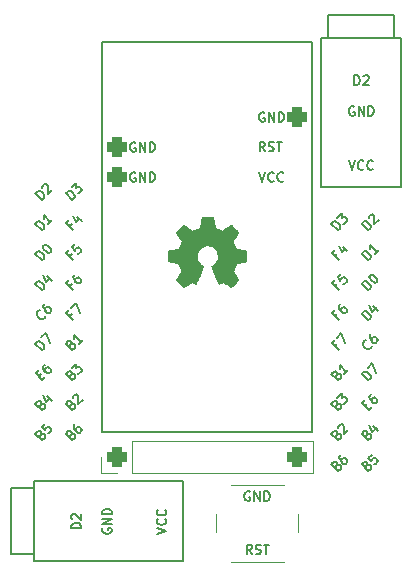
<source format=gto>
G04 #@! TF.GenerationSoftware,KiCad,Pcbnew,7.0.5*
G04 #@! TF.CreationDate,2023-07-20T19:29:22+08:00*
G04 #@! TF.ProjectId,handwire microboard,68616e64-7769-4726-9520-6d6963726f62,rev?*
G04 #@! TF.SameCoordinates,Original*
G04 #@! TF.FileFunction,Legend,Top*
G04 #@! TF.FilePolarity,Positive*
%FSLAX46Y46*%
G04 Gerber Fmt 4.6, Leading zero omitted, Abs format (unit mm)*
G04 Created by KiCad (PCBNEW 7.0.5) date 2023-07-20 19:29:22*
%MOMM*%
%LPD*%
G01*
G04 APERTURE LIST*
G04 Aperture macros list*
%AMRoundRect*
0 Rectangle with rounded corners*
0 $1 Rounding radius*
0 $2 $3 $4 $5 $6 $7 $8 $9 X,Y pos of 4 corners*
0 Add a 4 corners polygon primitive as box body*
4,1,4,$2,$3,$4,$5,$6,$7,$8,$9,$2,$3,0*
0 Add four circle primitives for the rounded corners*
1,1,$1+$1,$2,$3*
1,1,$1+$1,$4,$5*
1,1,$1+$1,$6,$7*
1,1,$1+$1,$8,$9*
0 Add four rect primitives between the rounded corners*
20,1,$1+$1,$2,$3,$4,$5,0*
20,1,$1+$1,$4,$5,$6,$7,0*
20,1,$1+$1,$6,$7,$8,$9,0*
20,1,$1+$1,$8,$9,$2,$3,0*%
%AMOutline4P*
0 Free polygon, 4 corners , with rotation*
0 The origin of the aperture is its center*
0 number of corners: always 4*
0 $1 to $8 corner X, Y*
0 $9 Rotation angle, in degrees counterclockwise*
0 create outline with 4 corners*
4,1,4,$1,$2,$3,$4,$5,$6,$7,$8,$1,$2,$9*%
G04 Aperture macros list end*
%ADD10C,0.150000*%
%ADD11C,0.010000*%
%ADD12C,0.120000*%
%ADD13C,0.200000*%
%ADD14C,1.752600*%
%ADD15RoundRect,0.438150X-0.438150X0.438150X-0.438150X-0.438150X0.438150X-0.438150X0.438150X0.438150X0*%
%ADD16Outline4P,-0.876300X-0.876300X0.876300X-0.876300X0.876300X0.876300X-0.876300X0.876300X270.000000*%
%ADD17C,1.700000*%
%ADD18O,1.700000X1.700000*%
%ADD19C,2.000000*%
%ADD20O,1.600000X2.000000*%
%ADD21O,1.576000X3.029000*%
%ADD22C,0.800000*%
%ADD23C,2.200000*%
%ADD24O,3.029000X1.576000*%
%ADD25O,2.000000X1.600000*%
%ADD26RoundRect,0.425000X0.425000X-0.425000X0.425000X0.425000X-0.425000X0.425000X-0.425000X-0.425000X0*%
G04 APERTURE END LIST*
D10*
X62428651Y-46633710D02*
X61862966Y-46068025D01*
X61862966Y-46068025D02*
X61997653Y-45933338D01*
X61997653Y-45933338D02*
X62105403Y-45879463D01*
X62105403Y-45879463D02*
X62213152Y-45879463D01*
X62213152Y-45879463D02*
X62293964Y-45906401D01*
X62293964Y-45906401D02*
X62428651Y-45987213D01*
X62428651Y-45987213D02*
X62509464Y-46068025D01*
X62509464Y-46068025D02*
X62590276Y-46202712D01*
X62590276Y-46202712D02*
X62617213Y-46283524D01*
X62617213Y-46283524D02*
X62617213Y-46391274D01*
X62617213Y-46391274D02*
X62563338Y-46499023D01*
X62563338Y-46499023D02*
X62428651Y-46633710D01*
X62374777Y-45556214D02*
X62724963Y-45206028D01*
X62724963Y-45206028D02*
X62751900Y-45610089D01*
X62751900Y-45610089D02*
X62832712Y-45529277D01*
X62832712Y-45529277D02*
X62913525Y-45502340D01*
X62913525Y-45502340D02*
X62967399Y-45502340D01*
X62967399Y-45502340D02*
X63048212Y-45529277D01*
X63048212Y-45529277D02*
X63182899Y-45663964D01*
X63182899Y-45663964D02*
X63209836Y-45744776D01*
X63209836Y-45744776D02*
X63209836Y-45798651D01*
X63209836Y-45798651D02*
X63182899Y-45879463D01*
X63182899Y-45879463D02*
X63021274Y-46041088D01*
X63021274Y-46041088D02*
X62940462Y-46068025D01*
X62940462Y-46068025D02*
X62886587Y-46068025D01*
X62361308Y-48648431D02*
X62172746Y-48836993D01*
X62469058Y-49133304D02*
X61903372Y-48567619D01*
X61903372Y-48567619D02*
X62172746Y-48298245D01*
X62819244Y-48028871D02*
X63196367Y-48405995D01*
X62469057Y-47948059D02*
X62738431Y-48486807D01*
X62738431Y-48486807D02*
X63088618Y-48136621D01*
X62361308Y-51188431D02*
X62172746Y-51376993D01*
X62469058Y-51673304D02*
X61903372Y-51107619D01*
X61903372Y-51107619D02*
X62172746Y-50838245D01*
X62657619Y-50353372D02*
X62388245Y-50622746D01*
X62388245Y-50622746D02*
X62630682Y-50919057D01*
X62630682Y-50919057D02*
X62630682Y-50865182D01*
X62630682Y-50865182D02*
X62657619Y-50784370D01*
X62657619Y-50784370D02*
X62792306Y-50649683D01*
X62792306Y-50649683D02*
X62873118Y-50622746D01*
X62873118Y-50622746D02*
X62926993Y-50622746D01*
X62926993Y-50622746D02*
X63007805Y-50649683D01*
X63007805Y-50649683D02*
X63142493Y-50784370D01*
X63142493Y-50784370D02*
X63169430Y-50865182D01*
X63169430Y-50865182D02*
X63169430Y-50919057D01*
X63169430Y-50919057D02*
X63142493Y-50999869D01*
X63142493Y-50999869D02*
X63007805Y-51134556D01*
X63007805Y-51134556D02*
X62926993Y-51161494D01*
X62926993Y-51161494D02*
X62873118Y-51161494D01*
X62361308Y-53718431D02*
X62172746Y-53906993D01*
X62469058Y-54203304D02*
X61903372Y-53637619D01*
X61903372Y-53637619D02*
X62172746Y-53368245D01*
X62630682Y-52910309D02*
X62522932Y-53018059D01*
X62522932Y-53018059D02*
X62495995Y-53098871D01*
X62495995Y-53098871D02*
X62495995Y-53152746D01*
X62495995Y-53152746D02*
X62522932Y-53287433D01*
X62522932Y-53287433D02*
X62603744Y-53422120D01*
X62603744Y-53422120D02*
X62819244Y-53637619D01*
X62819244Y-53637619D02*
X62900056Y-53664556D01*
X62900056Y-53664556D02*
X62953931Y-53664556D01*
X62953931Y-53664556D02*
X63034743Y-53637619D01*
X63034743Y-53637619D02*
X63142493Y-53529869D01*
X63142493Y-53529869D02*
X63169430Y-53449057D01*
X63169430Y-53449057D02*
X63169430Y-53395182D01*
X63169430Y-53395182D02*
X63142493Y-53314370D01*
X63142493Y-53314370D02*
X63007805Y-53179683D01*
X63007805Y-53179683D02*
X62926993Y-53152746D01*
X62926993Y-53152746D02*
X62873118Y-53152746D01*
X62873118Y-53152746D02*
X62792306Y-53179683D01*
X62792306Y-53179683D02*
X62684557Y-53287433D01*
X62684557Y-53287433D02*
X62657619Y-53368245D01*
X62657619Y-53368245D02*
X62657619Y-53422120D01*
X62657619Y-53422120D02*
X62684557Y-53502932D01*
X62361308Y-56258431D02*
X62172746Y-56446993D01*
X62469058Y-56743304D02*
X61903372Y-56177619D01*
X61903372Y-56177619D02*
X62172746Y-55908245D01*
X62334370Y-55746621D02*
X62711494Y-55369497D01*
X62711494Y-55369497D02*
X63034743Y-56177619D01*
X62320902Y-58858837D02*
X62428651Y-58804962D01*
X62428651Y-58804962D02*
X62482526Y-58804962D01*
X62482526Y-58804962D02*
X62563338Y-58831900D01*
X62563338Y-58831900D02*
X62644151Y-58912712D01*
X62644151Y-58912712D02*
X62671088Y-58993524D01*
X62671088Y-58993524D02*
X62671088Y-59047399D01*
X62671088Y-59047399D02*
X62644151Y-59128211D01*
X62644151Y-59128211D02*
X62428651Y-59343710D01*
X62428651Y-59343710D02*
X61862966Y-58778025D01*
X61862966Y-58778025D02*
X62051528Y-58589463D01*
X62051528Y-58589463D02*
X62132340Y-58562526D01*
X62132340Y-58562526D02*
X62186215Y-58562526D01*
X62186215Y-58562526D02*
X62267027Y-58589463D01*
X62267027Y-58589463D02*
X62320902Y-58643338D01*
X62320902Y-58643338D02*
X62347839Y-58724150D01*
X62347839Y-58724150D02*
X62347839Y-58778025D01*
X62347839Y-58778025D02*
X62320902Y-58858837D01*
X62320902Y-58858837D02*
X62132340Y-59047399D01*
X63290648Y-58481714D02*
X62967399Y-58804962D01*
X63129024Y-58643338D02*
X62563338Y-58077653D01*
X62563338Y-58077653D02*
X62590276Y-58212340D01*
X62590276Y-58212340D02*
X62590276Y-58320089D01*
X62590276Y-58320089D02*
X62563338Y-58400901D01*
X62320902Y-61388837D02*
X62428651Y-61334962D01*
X62428651Y-61334962D02*
X62482526Y-61334962D01*
X62482526Y-61334962D02*
X62563338Y-61361900D01*
X62563338Y-61361900D02*
X62644151Y-61442712D01*
X62644151Y-61442712D02*
X62671088Y-61523524D01*
X62671088Y-61523524D02*
X62671088Y-61577399D01*
X62671088Y-61577399D02*
X62644151Y-61658211D01*
X62644151Y-61658211D02*
X62428651Y-61873710D01*
X62428651Y-61873710D02*
X61862966Y-61308025D01*
X61862966Y-61308025D02*
X62051528Y-61119463D01*
X62051528Y-61119463D02*
X62132340Y-61092526D01*
X62132340Y-61092526D02*
X62186215Y-61092526D01*
X62186215Y-61092526D02*
X62267027Y-61119463D01*
X62267027Y-61119463D02*
X62320902Y-61173338D01*
X62320902Y-61173338D02*
X62347839Y-61254150D01*
X62347839Y-61254150D02*
X62347839Y-61308025D01*
X62347839Y-61308025D02*
X62320902Y-61388837D01*
X62320902Y-61388837D02*
X62132340Y-61577399D01*
X62374777Y-60796214D02*
X62724963Y-60446028D01*
X62724963Y-60446028D02*
X62751900Y-60850089D01*
X62751900Y-60850089D02*
X62832712Y-60769277D01*
X62832712Y-60769277D02*
X62913525Y-60742340D01*
X62913525Y-60742340D02*
X62967399Y-60742340D01*
X62967399Y-60742340D02*
X63048212Y-60769277D01*
X63048212Y-60769277D02*
X63182899Y-60903964D01*
X63182899Y-60903964D02*
X63209836Y-60984776D01*
X63209836Y-60984776D02*
X63209836Y-61038651D01*
X63209836Y-61038651D02*
X63182899Y-61119463D01*
X63182899Y-61119463D02*
X63021274Y-61281088D01*
X63021274Y-61281088D02*
X62940462Y-61308025D01*
X62940462Y-61308025D02*
X62886587Y-61308025D01*
X62320902Y-63928837D02*
X62428651Y-63874962D01*
X62428651Y-63874962D02*
X62482526Y-63874962D01*
X62482526Y-63874962D02*
X62563338Y-63901900D01*
X62563338Y-63901900D02*
X62644151Y-63982712D01*
X62644151Y-63982712D02*
X62671088Y-64063524D01*
X62671088Y-64063524D02*
X62671088Y-64117399D01*
X62671088Y-64117399D02*
X62644151Y-64198211D01*
X62644151Y-64198211D02*
X62428651Y-64413710D01*
X62428651Y-64413710D02*
X61862966Y-63848025D01*
X61862966Y-63848025D02*
X62051528Y-63659463D01*
X62051528Y-63659463D02*
X62132340Y-63632526D01*
X62132340Y-63632526D02*
X62186215Y-63632526D01*
X62186215Y-63632526D02*
X62267027Y-63659463D01*
X62267027Y-63659463D02*
X62320902Y-63713338D01*
X62320902Y-63713338D02*
X62347839Y-63794150D01*
X62347839Y-63794150D02*
X62347839Y-63848025D01*
X62347839Y-63848025D02*
X62320902Y-63928837D01*
X62320902Y-63928837D02*
X62132340Y-64117399D01*
X62455589Y-63363152D02*
X62455589Y-63309277D01*
X62455589Y-63309277D02*
X62482526Y-63228465D01*
X62482526Y-63228465D02*
X62617213Y-63093778D01*
X62617213Y-63093778D02*
X62698025Y-63066840D01*
X62698025Y-63066840D02*
X62751900Y-63066840D01*
X62751900Y-63066840D02*
X62832712Y-63093778D01*
X62832712Y-63093778D02*
X62886587Y-63147653D01*
X62886587Y-63147653D02*
X62940462Y-63255402D01*
X62940462Y-63255402D02*
X62940462Y-63901900D01*
X62940462Y-63901900D02*
X63290648Y-63551714D01*
X62320902Y-66538837D02*
X62428651Y-66484962D01*
X62428651Y-66484962D02*
X62482526Y-66484962D01*
X62482526Y-66484962D02*
X62563338Y-66511900D01*
X62563338Y-66511900D02*
X62644151Y-66592712D01*
X62644151Y-66592712D02*
X62671088Y-66673524D01*
X62671088Y-66673524D02*
X62671088Y-66727399D01*
X62671088Y-66727399D02*
X62644151Y-66808211D01*
X62644151Y-66808211D02*
X62428651Y-67023710D01*
X62428651Y-67023710D02*
X61862966Y-66458025D01*
X61862966Y-66458025D02*
X62051528Y-66269463D01*
X62051528Y-66269463D02*
X62132340Y-66242526D01*
X62132340Y-66242526D02*
X62186215Y-66242526D01*
X62186215Y-66242526D02*
X62267027Y-66269463D01*
X62267027Y-66269463D02*
X62320902Y-66323338D01*
X62320902Y-66323338D02*
X62347839Y-66404150D01*
X62347839Y-66404150D02*
X62347839Y-66458025D01*
X62347839Y-66458025D02*
X62320902Y-66538837D01*
X62320902Y-66538837D02*
X62132340Y-66727399D01*
X62671088Y-65649903D02*
X62563338Y-65757653D01*
X62563338Y-65757653D02*
X62536401Y-65838465D01*
X62536401Y-65838465D02*
X62536401Y-65892340D01*
X62536401Y-65892340D02*
X62563338Y-66027027D01*
X62563338Y-66027027D02*
X62644151Y-66161714D01*
X62644151Y-66161714D02*
X62859650Y-66377213D01*
X62859650Y-66377213D02*
X62940462Y-66404150D01*
X62940462Y-66404150D02*
X62994337Y-66404150D01*
X62994337Y-66404150D02*
X63075149Y-66377213D01*
X63075149Y-66377213D02*
X63182899Y-66269463D01*
X63182899Y-66269463D02*
X63209836Y-66188651D01*
X63209836Y-66188651D02*
X63209836Y-66134776D01*
X63209836Y-66134776D02*
X63182899Y-66053964D01*
X63182899Y-66053964D02*
X63048212Y-65919277D01*
X63048212Y-65919277D02*
X62967399Y-65892340D01*
X62967399Y-65892340D02*
X62913525Y-65892340D01*
X62913525Y-65892340D02*
X62832712Y-65919277D01*
X62832712Y-65919277D02*
X62724963Y-66027027D01*
X62724963Y-66027027D02*
X62698025Y-66107839D01*
X62698025Y-66107839D02*
X62698025Y-66161714D01*
X62698025Y-66161714D02*
X62724963Y-66242526D01*
X64988651Y-46633710D02*
X64422966Y-46068025D01*
X64422966Y-46068025D02*
X64557653Y-45933338D01*
X64557653Y-45933338D02*
X64665403Y-45879463D01*
X64665403Y-45879463D02*
X64773152Y-45879463D01*
X64773152Y-45879463D02*
X64853964Y-45906401D01*
X64853964Y-45906401D02*
X64988651Y-45987213D01*
X64988651Y-45987213D02*
X65069464Y-46068025D01*
X65069464Y-46068025D02*
X65150276Y-46202712D01*
X65150276Y-46202712D02*
X65177213Y-46283524D01*
X65177213Y-46283524D02*
X65177213Y-46391274D01*
X65177213Y-46391274D02*
X65123338Y-46499023D01*
X65123338Y-46499023D02*
X64988651Y-46633710D01*
X65015589Y-45583152D02*
X65015589Y-45529277D01*
X65015589Y-45529277D02*
X65042526Y-45448465D01*
X65042526Y-45448465D02*
X65177213Y-45313778D01*
X65177213Y-45313778D02*
X65258025Y-45286840D01*
X65258025Y-45286840D02*
X65311900Y-45286840D01*
X65311900Y-45286840D02*
X65392712Y-45313778D01*
X65392712Y-45313778D02*
X65446587Y-45367653D01*
X65446587Y-45367653D02*
X65500462Y-45475402D01*
X65500462Y-45475402D02*
X65500462Y-46121900D01*
X65500462Y-46121900D02*
X65850648Y-45771714D01*
X64988651Y-49173710D02*
X64422966Y-48608025D01*
X64422966Y-48608025D02*
X64557653Y-48473338D01*
X64557653Y-48473338D02*
X64665403Y-48419463D01*
X64665403Y-48419463D02*
X64773152Y-48419463D01*
X64773152Y-48419463D02*
X64853964Y-48446401D01*
X64853964Y-48446401D02*
X64988651Y-48527213D01*
X64988651Y-48527213D02*
X65069464Y-48608025D01*
X65069464Y-48608025D02*
X65150276Y-48742712D01*
X65150276Y-48742712D02*
X65177213Y-48823524D01*
X65177213Y-48823524D02*
X65177213Y-48931274D01*
X65177213Y-48931274D02*
X65123338Y-49039023D01*
X65123338Y-49039023D02*
X64988651Y-49173710D01*
X65850648Y-48311714D02*
X65527399Y-48634962D01*
X65689024Y-48473338D02*
X65123338Y-47907653D01*
X65123338Y-47907653D02*
X65150276Y-48042340D01*
X65150276Y-48042340D02*
X65150276Y-48150089D01*
X65150276Y-48150089D02*
X65123338Y-48230901D01*
X64988651Y-51713710D02*
X64422966Y-51148025D01*
X64422966Y-51148025D02*
X64557653Y-51013338D01*
X64557653Y-51013338D02*
X64665403Y-50959463D01*
X64665403Y-50959463D02*
X64773152Y-50959463D01*
X64773152Y-50959463D02*
X64853964Y-50986401D01*
X64853964Y-50986401D02*
X64988651Y-51067213D01*
X64988651Y-51067213D02*
X65069464Y-51148025D01*
X65069464Y-51148025D02*
X65150276Y-51282712D01*
X65150276Y-51282712D02*
X65177213Y-51363524D01*
X65177213Y-51363524D02*
X65177213Y-51471274D01*
X65177213Y-51471274D02*
X65123338Y-51579023D01*
X65123338Y-51579023D02*
X64988651Y-51713710D01*
X65096401Y-50474590D02*
X65150276Y-50420715D01*
X65150276Y-50420715D02*
X65231088Y-50393778D01*
X65231088Y-50393778D02*
X65284963Y-50393778D01*
X65284963Y-50393778D02*
X65365775Y-50420715D01*
X65365775Y-50420715D02*
X65500462Y-50501527D01*
X65500462Y-50501527D02*
X65635149Y-50636214D01*
X65635149Y-50636214D02*
X65715961Y-50770901D01*
X65715961Y-50770901D02*
X65742899Y-50851714D01*
X65742899Y-50851714D02*
X65742899Y-50905588D01*
X65742899Y-50905588D02*
X65715961Y-50986401D01*
X65715961Y-50986401D02*
X65662087Y-51040275D01*
X65662087Y-51040275D02*
X65581274Y-51067213D01*
X65581274Y-51067213D02*
X65527399Y-51067213D01*
X65527399Y-51067213D02*
X65446587Y-51040275D01*
X65446587Y-51040275D02*
X65311900Y-50959463D01*
X65311900Y-50959463D02*
X65177213Y-50824776D01*
X65177213Y-50824776D02*
X65096401Y-50690089D01*
X65096401Y-50690089D02*
X65069464Y-50609277D01*
X65069464Y-50609277D02*
X65069464Y-50555402D01*
X65069464Y-50555402D02*
X65096401Y-50474590D01*
X64988651Y-54243710D02*
X64422966Y-53678025D01*
X64422966Y-53678025D02*
X64557653Y-53543338D01*
X64557653Y-53543338D02*
X64665403Y-53489463D01*
X64665403Y-53489463D02*
X64773152Y-53489463D01*
X64773152Y-53489463D02*
X64853964Y-53516401D01*
X64853964Y-53516401D02*
X64988651Y-53597213D01*
X64988651Y-53597213D02*
X65069464Y-53678025D01*
X65069464Y-53678025D02*
X65150276Y-53812712D01*
X65150276Y-53812712D02*
X65177213Y-53893524D01*
X65177213Y-53893524D02*
X65177213Y-54001274D01*
X65177213Y-54001274D02*
X65123338Y-54109023D01*
X65123338Y-54109023D02*
X64988651Y-54243710D01*
X65419650Y-53058465D02*
X65796774Y-53435588D01*
X65069464Y-52977653D02*
X65338838Y-53516401D01*
X65338838Y-53516401D02*
X65689024Y-53166214D01*
X65258025Y-56406587D02*
X65258025Y-56460462D01*
X65258025Y-56460462D02*
X65204151Y-56568211D01*
X65204151Y-56568211D02*
X65150276Y-56622086D01*
X65150276Y-56622086D02*
X65042526Y-56675961D01*
X65042526Y-56675961D02*
X64934777Y-56675961D01*
X64934777Y-56675961D02*
X64853964Y-56649023D01*
X64853964Y-56649023D02*
X64719277Y-56568211D01*
X64719277Y-56568211D02*
X64638465Y-56487399D01*
X64638465Y-56487399D02*
X64557653Y-56352712D01*
X64557653Y-56352712D02*
X64530716Y-56271900D01*
X64530716Y-56271900D02*
X64530716Y-56164150D01*
X64530716Y-56164150D02*
X64584590Y-56056401D01*
X64584590Y-56056401D02*
X64638465Y-56002526D01*
X64638465Y-56002526D02*
X64746215Y-55948651D01*
X64746215Y-55948651D02*
X64800090Y-55948651D01*
X65231088Y-55409903D02*
X65123338Y-55517653D01*
X65123338Y-55517653D02*
X65096401Y-55598465D01*
X65096401Y-55598465D02*
X65096401Y-55652340D01*
X65096401Y-55652340D02*
X65123338Y-55787027D01*
X65123338Y-55787027D02*
X65204151Y-55921714D01*
X65204151Y-55921714D02*
X65419650Y-56137213D01*
X65419650Y-56137213D02*
X65500462Y-56164150D01*
X65500462Y-56164150D02*
X65554337Y-56164150D01*
X65554337Y-56164150D02*
X65635149Y-56137213D01*
X65635149Y-56137213D02*
X65742899Y-56029463D01*
X65742899Y-56029463D02*
X65769836Y-55948651D01*
X65769836Y-55948651D02*
X65769836Y-55894776D01*
X65769836Y-55894776D02*
X65742899Y-55813964D01*
X65742899Y-55813964D02*
X65608212Y-55679277D01*
X65608212Y-55679277D02*
X65527399Y-55652340D01*
X65527399Y-55652340D02*
X65473525Y-55652340D01*
X65473525Y-55652340D02*
X65392712Y-55679277D01*
X65392712Y-55679277D02*
X65284963Y-55787027D01*
X65284963Y-55787027D02*
X65258025Y-55867839D01*
X65258025Y-55867839D02*
X65258025Y-55921714D01*
X65258025Y-55921714D02*
X65284963Y-56002526D01*
X64988651Y-59343710D02*
X64422966Y-58778025D01*
X64422966Y-58778025D02*
X64557653Y-58643338D01*
X64557653Y-58643338D02*
X64665403Y-58589463D01*
X64665403Y-58589463D02*
X64773152Y-58589463D01*
X64773152Y-58589463D02*
X64853964Y-58616401D01*
X64853964Y-58616401D02*
X64988651Y-58697213D01*
X64988651Y-58697213D02*
X65069464Y-58778025D01*
X65069464Y-58778025D02*
X65150276Y-58912712D01*
X65150276Y-58912712D02*
X65177213Y-58993524D01*
X65177213Y-58993524D02*
X65177213Y-59101274D01*
X65177213Y-59101274D02*
X65123338Y-59209023D01*
X65123338Y-59209023D02*
X64988651Y-59343710D01*
X64934777Y-58266214D02*
X65311900Y-57889091D01*
X65311900Y-57889091D02*
X65635149Y-58697213D01*
X64719277Y-61550462D02*
X64907839Y-61361900D01*
X65284963Y-61577399D02*
X65015589Y-61846773D01*
X65015589Y-61846773D02*
X64449903Y-61281088D01*
X64449903Y-61281088D02*
X64719277Y-61011714D01*
X65204151Y-60526840D02*
X65096401Y-60634590D01*
X65096401Y-60634590D02*
X65069464Y-60715402D01*
X65069464Y-60715402D02*
X65069464Y-60769277D01*
X65069464Y-60769277D02*
X65096401Y-60903964D01*
X65096401Y-60903964D02*
X65177213Y-61038651D01*
X65177213Y-61038651D02*
X65392713Y-61254150D01*
X65392713Y-61254150D02*
X65473525Y-61281087D01*
X65473525Y-61281087D02*
X65527400Y-61281087D01*
X65527400Y-61281087D02*
X65608212Y-61254150D01*
X65608212Y-61254150D02*
X65715961Y-61146400D01*
X65715961Y-61146400D02*
X65742899Y-61065588D01*
X65742899Y-61065588D02*
X65742899Y-61011713D01*
X65742899Y-61011713D02*
X65715961Y-60930901D01*
X65715961Y-60930901D02*
X65581274Y-60796214D01*
X65581274Y-60796214D02*
X65500462Y-60769277D01*
X65500462Y-60769277D02*
X65446587Y-60769277D01*
X65446587Y-60769277D02*
X65365775Y-60796214D01*
X65365775Y-60796214D02*
X65258026Y-60903964D01*
X65258026Y-60903964D02*
X65231088Y-60984776D01*
X65231088Y-60984776D02*
X65231088Y-61038651D01*
X65231088Y-61038651D02*
X65258026Y-61119463D01*
X64880902Y-63928837D02*
X64988651Y-63874962D01*
X64988651Y-63874962D02*
X65042526Y-63874962D01*
X65042526Y-63874962D02*
X65123338Y-63901900D01*
X65123338Y-63901900D02*
X65204151Y-63982712D01*
X65204151Y-63982712D02*
X65231088Y-64063524D01*
X65231088Y-64063524D02*
X65231088Y-64117399D01*
X65231088Y-64117399D02*
X65204151Y-64198211D01*
X65204151Y-64198211D02*
X64988651Y-64413710D01*
X64988651Y-64413710D02*
X64422966Y-63848025D01*
X64422966Y-63848025D02*
X64611528Y-63659463D01*
X64611528Y-63659463D02*
X64692340Y-63632526D01*
X64692340Y-63632526D02*
X64746215Y-63632526D01*
X64746215Y-63632526D02*
X64827027Y-63659463D01*
X64827027Y-63659463D02*
X64880902Y-63713338D01*
X64880902Y-63713338D02*
X64907839Y-63794150D01*
X64907839Y-63794150D02*
X64907839Y-63848025D01*
X64907839Y-63848025D02*
X64880902Y-63928837D01*
X64880902Y-63928837D02*
X64692340Y-64117399D01*
X65419650Y-63228465D02*
X65796774Y-63605588D01*
X65069464Y-63147653D02*
X65338838Y-63686401D01*
X65338838Y-63686401D02*
X65689024Y-63336214D01*
X64880902Y-66538837D02*
X64988651Y-66484962D01*
X64988651Y-66484962D02*
X65042526Y-66484962D01*
X65042526Y-66484962D02*
X65123338Y-66511900D01*
X65123338Y-66511900D02*
X65204151Y-66592712D01*
X65204151Y-66592712D02*
X65231088Y-66673524D01*
X65231088Y-66673524D02*
X65231088Y-66727399D01*
X65231088Y-66727399D02*
X65204151Y-66808211D01*
X65204151Y-66808211D02*
X64988651Y-67023710D01*
X64988651Y-67023710D02*
X64422966Y-66458025D01*
X64422966Y-66458025D02*
X64611528Y-66269463D01*
X64611528Y-66269463D02*
X64692340Y-66242526D01*
X64692340Y-66242526D02*
X64746215Y-66242526D01*
X64746215Y-66242526D02*
X64827027Y-66269463D01*
X64827027Y-66269463D02*
X64880902Y-66323338D01*
X64880902Y-66323338D02*
X64907839Y-66404150D01*
X64907839Y-66404150D02*
X64907839Y-66458025D01*
X64907839Y-66458025D02*
X64880902Y-66538837D01*
X64880902Y-66538837D02*
X64692340Y-66727399D01*
X65258025Y-65622966D02*
X64988651Y-65892340D01*
X64988651Y-65892340D02*
X65231088Y-66188651D01*
X65231088Y-66188651D02*
X65231088Y-66134776D01*
X65231088Y-66134776D02*
X65258025Y-66053964D01*
X65258025Y-66053964D02*
X65392712Y-65919277D01*
X65392712Y-65919277D02*
X65473525Y-65892340D01*
X65473525Y-65892340D02*
X65527399Y-65892340D01*
X65527399Y-65892340D02*
X65608212Y-65919277D01*
X65608212Y-65919277D02*
X65742899Y-66053964D01*
X65742899Y-66053964D02*
X65769836Y-66134776D01*
X65769836Y-66134776D02*
X65769836Y-66188651D01*
X65769836Y-66188651D02*
X65742899Y-66269463D01*
X65742899Y-66269463D02*
X65608212Y-66404150D01*
X65608212Y-66404150D02*
X65527399Y-66431088D01*
X65527399Y-66431088D02*
X65473525Y-66431088D01*
X55131905Y-74042295D02*
X54865238Y-73661342D01*
X54674762Y-74042295D02*
X54674762Y-73242295D01*
X54674762Y-73242295D02*
X54979524Y-73242295D01*
X54979524Y-73242295D02*
X55055714Y-73280390D01*
X55055714Y-73280390D02*
X55093809Y-73318485D01*
X55093809Y-73318485D02*
X55131905Y-73394676D01*
X55131905Y-73394676D02*
X55131905Y-73508961D01*
X55131905Y-73508961D02*
X55093809Y-73585152D01*
X55093809Y-73585152D02*
X55055714Y-73623247D01*
X55055714Y-73623247D02*
X54979524Y-73661342D01*
X54979524Y-73661342D02*
X54674762Y-73661342D01*
X55436666Y-74004200D02*
X55550952Y-74042295D01*
X55550952Y-74042295D02*
X55741428Y-74042295D01*
X55741428Y-74042295D02*
X55817619Y-74004200D01*
X55817619Y-74004200D02*
X55855714Y-73966104D01*
X55855714Y-73966104D02*
X55893809Y-73889914D01*
X55893809Y-73889914D02*
X55893809Y-73813723D01*
X55893809Y-73813723D02*
X55855714Y-73737533D01*
X55855714Y-73737533D02*
X55817619Y-73699438D01*
X55817619Y-73699438D02*
X55741428Y-73661342D01*
X55741428Y-73661342D02*
X55589047Y-73623247D01*
X55589047Y-73623247D02*
X55512857Y-73585152D01*
X55512857Y-73585152D02*
X55474762Y-73547057D01*
X55474762Y-73547057D02*
X55436666Y-73470866D01*
X55436666Y-73470866D02*
X55436666Y-73394676D01*
X55436666Y-73394676D02*
X55474762Y-73318485D01*
X55474762Y-73318485D02*
X55512857Y-73280390D01*
X55512857Y-73280390D02*
X55589047Y-73242295D01*
X55589047Y-73242295D02*
X55779524Y-73242295D01*
X55779524Y-73242295D02*
X55893809Y-73280390D01*
X56122381Y-73242295D02*
X56579524Y-73242295D01*
X56350952Y-74042295D02*
X56350952Y-73242295D01*
X54960476Y-68780390D02*
X54884286Y-68742295D01*
X54884286Y-68742295D02*
X54770000Y-68742295D01*
X54770000Y-68742295D02*
X54655714Y-68780390D01*
X54655714Y-68780390D02*
X54579524Y-68856580D01*
X54579524Y-68856580D02*
X54541429Y-68932771D01*
X54541429Y-68932771D02*
X54503333Y-69085152D01*
X54503333Y-69085152D02*
X54503333Y-69199438D01*
X54503333Y-69199438D02*
X54541429Y-69351819D01*
X54541429Y-69351819D02*
X54579524Y-69428009D01*
X54579524Y-69428009D02*
X54655714Y-69504200D01*
X54655714Y-69504200D02*
X54770000Y-69542295D01*
X54770000Y-69542295D02*
X54846191Y-69542295D01*
X54846191Y-69542295D02*
X54960476Y-69504200D01*
X54960476Y-69504200D02*
X54998572Y-69466104D01*
X54998572Y-69466104D02*
X54998572Y-69199438D01*
X54998572Y-69199438D02*
X54846191Y-69199438D01*
X55341429Y-69542295D02*
X55341429Y-68742295D01*
X55341429Y-68742295D02*
X55798572Y-69542295D01*
X55798572Y-69542295D02*
X55798572Y-68742295D01*
X56179524Y-69542295D02*
X56179524Y-68742295D01*
X56179524Y-68742295D02*
X56370000Y-68742295D01*
X56370000Y-68742295D02*
X56484286Y-68780390D01*
X56484286Y-68780390D02*
X56560476Y-68856580D01*
X56560476Y-68856580D02*
X56598571Y-68932771D01*
X56598571Y-68932771D02*
X56636667Y-69085152D01*
X56636667Y-69085152D02*
X56636667Y-69199438D01*
X56636667Y-69199438D02*
X56598571Y-69351819D01*
X56598571Y-69351819D02*
X56560476Y-69428009D01*
X56560476Y-69428009D02*
X56484286Y-69504200D01*
X56484286Y-69504200D02*
X56370000Y-69542295D01*
X56370000Y-69542295D02*
X56179524Y-69542295D01*
X63323333Y-40720795D02*
X63590000Y-41520795D01*
X63590000Y-41520795D02*
X63856666Y-40720795D01*
X64580476Y-41444604D02*
X64542380Y-41482700D01*
X64542380Y-41482700D02*
X64428095Y-41520795D01*
X64428095Y-41520795D02*
X64351904Y-41520795D01*
X64351904Y-41520795D02*
X64237618Y-41482700D01*
X64237618Y-41482700D02*
X64161428Y-41406509D01*
X64161428Y-41406509D02*
X64123333Y-41330319D01*
X64123333Y-41330319D02*
X64085237Y-41177938D01*
X64085237Y-41177938D02*
X64085237Y-41063652D01*
X64085237Y-41063652D02*
X64123333Y-40911271D01*
X64123333Y-40911271D02*
X64161428Y-40835080D01*
X64161428Y-40835080D02*
X64237618Y-40758890D01*
X64237618Y-40758890D02*
X64351904Y-40720795D01*
X64351904Y-40720795D02*
X64428095Y-40720795D01*
X64428095Y-40720795D02*
X64542380Y-40758890D01*
X64542380Y-40758890D02*
X64580476Y-40796985D01*
X65380476Y-41444604D02*
X65342380Y-41482700D01*
X65342380Y-41482700D02*
X65228095Y-41520795D01*
X65228095Y-41520795D02*
X65151904Y-41520795D01*
X65151904Y-41520795D02*
X65037618Y-41482700D01*
X65037618Y-41482700D02*
X64961428Y-41406509D01*
X64961428Y-41406509D02*
X64923333Y-41330319D01*
X64923333Y-41330319D02*
X64885237Y-41177938D01*
X64885237Y-41177938D02*
X64885237Y-41063652D01*
X64885237Y-41063652D02*
X64923333Y-40911271D01*
X64923333Y-40911271D02*
X64961428Y-40835080D01*
X64961428Y-40835080D02*
X65037618Y-40758890D01*
X65037618Y-40758890D02*
X65151904Y-40720795D01*
X65151904Y-40720795D02*
X65228095Y-40720795D01*
X65228095Y-40720795D02*
X65342380Y-40758890D01*
X65342380Y-40758890D02*
X65380476Y-40796985D01*
X63780476Y-36163890D02*
X63704286Y-36125795D01*
X63704286Y-36125795D02*
X63590000Y-36125795D01*
X63590000Y-36125795D02*
X63475714Y-36163890D01*
X63475714Y-36163890D02*
X63399524Y-36240080D01*
X63399524Y-36240080D02*
X63361429Y-36316271D01*
X63361429Y-36316271D02*
X63323333Y-36468652D01*
X63323333Y-36468652D02*
X63323333Y-36582938D01*
X63323333Y-36582938D02*
X63361429Y-36735319D01*
X63361429Y-36735319D02*
X63399524Y-36811509D01*
X63399524Y-36811509D02*
X63475714Y-36887700D01*
X63475714Y-36887700D02*
X63590000Y-36925795D01*
X63590000Y-36925795D02*
X63666191Y-36925795D01*
X63666191Y-36925795D02*
X63780476Y-36887700D01*
X63780476Y-36887700D02*
X63818572Y-36849604D01*
X63818572Y-36849604D02*
X63818572Y-36582938D01*
X63818572Y-36582938D02*
X63666191Y-36582938D01*
X64161429Y-36925795D02*
X64161429Y-36125795D01*
X64161429Y-36125795D02*
X64618572Y-36925795D01*
X64618572Y-36925795D02*
X64618572Y-36125795D01*
X64999524Y-36925795D02*
X64999524Y-36125795D01*
X64999524Y-36125795D02*
X65190000Y-36125795D01*
X65190000Y-36125795D02*
X65304286Y-36163890D01*
X65304286Y-36163890D02*
X65380476Y-36240080D01*
X65380476Y-36240080D02*
X65418571Y-36316271D01*
X65418571Y-36316271D02*
X65456667Y-36468652D01*
X65456667Y-36468652D02*
X65456667Y-36582938D01*
X65456667Y-36582938D02*
X65418571Y-36735319D01*
X65418571Y-36735319D02*
X65380476Y-36811509D01*
X65380476Y-36811509D02*
X65304286Y-36887700D01*
X65304286Y-36887700D02*
X65190000Y-36925795D01*
X65190000Y-36925795D02*
X64999524Y-36925795D01*
X63799524Y-34325795D02*
X63799524Y-33525795D01*
X63799524Y-33525795D02*
X63990000Y-33525795D01*
X63990000Y-33525795D02*
X64104286Y-33563890D01*
X64104286Y-33563890D02*
X64180476Y-33640080D01*
X64180476Y-33640080D02*
X64218571Y-33716271D01*
X64218571Y-33716271D02*
X64256667Y-33868652D01*
X64256667Y-33868652D02*
X64256667Y-33982938D01*
X64256667Y-33982938D02*
X64218571Y-34135319D01*
X64218571Y-34135319D02*
X64180476Y-34211509D01*
X64180476Y-34211509D02*
X64104286Y-34287700D01*
X64104286Y-34287700D02*
X63990000Y-34325795D01*
X63990000Y-34325795D02*
X63799524Y-34325795D01*
X64561428Y-33601985D02*
X64599524Y-33563890D01*
X64599524Y-33563890D02*
X64675714Y-33525795D01*
X64675714Y-33525795D02*
X64866190Y-33525795D01*
X64866190Y-33525795D02*
X64942381Y-33563890D01*
X64942381Y-33563890D02*
X64980476Y-33601985D01*
X64980476Y-33601985D02*
X65018571Y-33678176D01*
X65018571Y-33678176D02*
X65018571Y-33754366D01*
X65018571Y-33754366D02*
X64980476Y-33868652D01*
X64980476Y-33868652D02*
X64523333Y-34325795D01*
X64523333Y-34325795D02*
X65018571Y-34325795D01*
X40652295Y-71860475D02*
X39852295Y-71860475D01*
X39852295Y-71860475D02*
X39852295Y-71669999D01*
X39852295Y-71669999D02*
X39890390Y-71555713D01*
X39890390Y-71555713D02*
X39966580Y-71479523D01*
X39966580Y-71479523D02*
X40042771Y-71441428D01*
X40042771Y-71441428D02*
X40195152Y-71403332D01*
X40195152Y-71403332D02*
X40309438Y-71403332D01*
X40309438Y-71403332D02*
X40461819Y-71441428D01*
X40461819Y-71441428D02*
X40538009Y-71479523D01*
X40538009Y-71479523D02*
X40614200Y-71555713D01*
X40614200Y-71555713D02*
X40652295Y-71669999D01*
X40652295Y-71669999D02*
X40652295Y-71860475D01*
X39928485Y-71098571D02*
X39890390Y-71060475D01*
X39890390Y-71060475D02*
X39852295Y-70984285D01*
X39852295Y-70984285D02*
X39852295Y-70793809D01*
X39852295Y-70793809D02*
X39890390Y-70717618D01*
X39890390Y-70717618D02*
X39928485Y-70679523D01*
X39928485Y-70679523D02*
X40004676Y-70641428D01*
X40004676Y-70641428D02*
X40080866Y-70641428D01*
X40080866Y-70641428D02*
X40195152Y-70679523D01*
X40195152Y-70679523D02*
X40652295Y-71136666D01*
X40652295Y-71136666D02*
X40652295Y-70641428D01*
X42510390Y-71879523D02*
X42472295Y-71955713D01*
X42472295Y-71955713D02*
X42472295Y-72069999D01*
X42472295Y-72069999D02*
X42510390Y-72184285D01*
X42510390Y-72184285D02*
X42586580Y-72260475D01*
X42586580Y-72260475D02*
X42662771Y-72298570D01*
X42662771Y-72298570D02*
X42815152Y-72336666D01*
X42815152Y-72336666D02*
X42929438Y-72336666D01*
X42929438Y-72336666D02*
X43081819Y-72298570D01*
X43081819Y-72298570D02*
X43158009Y-72260475D01*
X43158009Y-72260475D02*
X43234200Y-72184285D01*
X43234200Y-72184285D02*
X43272295Y-72069999D01*
X43272295Y-72069999D02*
X43272295Y-71993808D01*
X43272295Y-71993808D02*
X43234200Y-71879523D01*
X43234200Y-71879523D02*
X43196104Y-71841427D01*
X43196104Y-71841427D02*
X42929438Y-71841427D01*
X42929438Y-71841427D02*
X42929438Y-71993808D01*
X43272295Y-71498570D02*
X42472295Y-71498570D01*
X42472295Y-71498570D02*
X43272295Y-71041427D01*
X43272295Y-71041427D02*
X42472295Y-71041427D01*
X43272295Y-70660475D02*
X42472295Y-70660475D01*
X42472295Y-70660475D02*
X42472295Y-70469999D01*
X42472295Y-70469999D02*
X42510390Y-70355713D01*
X42510390Y-70355713D02*
X42586580Y-70279523D01*
X42586580Y-70279523D02*
X42662771Y-70241428D01*
X42662771Y-70241428D02*
X42815152Y-70203332D01*
X42815152Y-70203332D02*
X42929438Y-70203332D01*
X42929438Y-70203332D02*
X43081819Y-70241428D01*
X43081819Y-70241428D02*
X43158009Y-70279523D01*
X43158009Y-70279523D02*
X43234200Y-70355713D01*
X43234200Y-70355713D02*
X43272295Y-70469999D01*
X43272295Y-70469999D02*
X43272295Y-70660475D01*
X47072295Y-72336666D02*
X47872295Y-72069999D01*
X47872295Y-72069999D02*
X47072295Y-71803333D01*
X47796104Y-71079523D02*
X47834200Y-71117619D01*
X47834200Y-71117619D02*
X47872295Y-71231904D01*
X47872295Y-71231904D02*
X47872295Y-71308095D01*
X47872295Y-71308095D02*
X47834200Y-71422381D01*
X47834200Y-71422381D02*
X47758009Y-71498571D01*
X47758009Y-71498571D02*
X47681819Y-71536666D01*
X47681819Y-71536666D02*
X47529438Y-71574762D01*
X47529438Y-71574762D02*
X47415152Y-71574762D01*
X47415152Y-71574762D02*
X47262771Y-71536666D01*
X47262771Y-71536666D02*
X47186580Y-71498571D01*
X47186580Y-71498571D02*
X47110390Y-71422381D01*
X47110390Y-71422381D02*
X47072295Y-71308095D01*
X47072295Y-71308095D02*
X47072295Y-71231904D01*
X47072295Y-71231904D02*
X47110390Y-71117619D01*
X47110390Y-71117619D02*
X47148485Y-71079523D01*
X47796104Y-70279523D02*
X47834200Y-70317619D01*
X47834200Y-70317619D02*
X47872295Y-70431904D01*
X47872295Y-70431904D02*
X47872295Y-70508095D01*
X47872295Y-70508095D02*
X47834200Y-70622381D01*
X47834200Y-70622381D02*
X47758009Y-70698571D01*
X47758009Y-70698571D02*
X47681819Y-70736666D01*
X47681819Y-70736666D02*
X47529438Y-70774762D01*
X47529438Y-70774762D02*
X47415152Y-70774762D01*
X47415152Y-70774762D02*
X47262771Y-70736666D01*
X47262771Y-70736666D02*
X47186580Y-70698571D01*
X47186580Y-70698571D02*
X47110390Y-70622381D01*
X47110390Y-70622381D02*
X47072295Y-70508095D01*
X47072295Y-70508095D02*
X47072295Y-70431904D01*
X47072295Y-70431904D02*
X47110390Y-70317619D01*
X47110390Y-70317619D02*
X47148485Y-70279523D01*
X39830902Y-63928837D02*
X39938651Y-63874962D01*
X39938651Y-63874962D02*
X39992526Y-63874962D01*
X39992526Y-63874962D02*
X40073338Y-63901900D01*
X40073338Y-63901900D02*
X40154151Y-63982712D01*
X40154151Y-63982712D02*
X40181088Y-64063524D01*
X40181088Y-64063524D02*
X40181088Y-64117399D01*
X40181088Y-64117399D02*
X40154151Y-64198211D01*
X40154151Y-64198211D02*
X39938651Y-64413710D01*
X39938651Y-64413710D02*
X39372966Y-63848025D01*
X39372966Y-63848025D02*
X39561528Y-63659463D01*
X39561528Y-63659463D02*
X39642340Y-63632526D01*
X39642340Y-63632526D02*
X39696215Y-63632526D01*
X39696215Y-63632526D02*
X39777027Y-63659463D01*
X39777027Y-63659463D02*
X39830902Y-63713338D01*
X39830902Y-63713338D02*
X39857839Y-63794150D01*
X39857839Y-63794150D02*
X39857839Y-63848025D01*
X39857839Y-63848025D02*
X39830902Y-63928837D01*
X39830902Y-63928837D02*
X39642340Y-64117399D01*
X40181088Y-63039903D02*
X40073338Y-63147653D01*
X40073338Y-63147653D02*
X40046401Y-63228465D01*
X40046401Y-63228465D02*
X40046401Y-63282340D01*
X40046401Y-63282340D02*
X40073338Y-63417027D01*
X40073338Y-63417027D02*
X40154151Y-63551714D01*
X40154151Y-63551714D02*
X40369650Y-63767213D01*
X40369650Y-63767213D02*
X40450462Y-63794150D01*
X40450462Y-63794150D02*
X40504337Y-63794150D01*
X40504337Y-63794150D02*
X40585149Y-63767213D01*
X40585149Y-63767213D02*
X40692899Y-63659463D01*
X40692899Y-63659463D02*
X40719836Y-63578651D01*
X40719836Y-63578651D02*
X40719836Y-63524776D01*
X40719836Y-63524776D02*
X40692899Y-63443964D01*
X40692899Y-63443964D02*
X40558212Y-63309277D01*
X40558212Y-63309277D02*
X40477399Y-63282340D01*
X40477399Y-63282340D02*
X40423525Y-63282340D01*
X40423525Y-63282340D02*
X40342712Y-63309277D01*
X40342712Y-63309277D02*
X40234963Y-63417027D01*
X40234963Y-63417027D02*
X40208025Y-63497839D01*
X40208025Y-63497839D02*
X40208025Y-63551714D01*
X40208025Y-63551714D02*
X40234963Y-63632526D01*
X39830902Y-61388837D02*
X39938651Y-61334962D01*
X39938651Y-61334962D02*
X39992526Y-61334962D01*
X39992526Y-61334962D02*
X40073338Y-61361900D01*
X40073338Y-61361900D02*
X40154151Y-61442712D01*
X40154151Y-61442712D02*
X40181088Y-61523524D01*
X40181088Y-61523524D02*
X40181088Y-61577399D01*
X40181088Y-61577399D02*
X40154151Y-61658211D01*
X40154151Y-61658211D02*
X39938651Y-61873710D01*
X39938651Y-61873710D02*
X39372966Y-61308025D01*
X39372966Y-61308025D02*
X39561528Y-61119463D01*
X39561528Y-61119463D02*
X39642340Y-61092526D01*
X39642340Y-61092526D02*
X39696215Y-61092526D01*
X39696215Y-61092526D02*
X39777027Y-61119463D01*
X39777027Y-61119463D02*
X39830902Y-61173338D01*
X39830902Y-61173338D02*
X39857839Y-61254150D01*
X39857839Y-61254150D02*
X39857839Y-61308025D01*
X39857839Y-61308025D02*
X39830902Y-61388837D01*
X39830902Y-61388837D02*
X39642340Y-61577399D01*
X39965589Y-60823152D02*
X39965589Y-60769277D01*
X39965589Y-60769277D02*
X39992526Y-60688465D01*
X39992526Y-60688465D02*
X40127213Y-60553778D01*
X40127213Y-60553778D02*
X40208025Y-60526840D01*
X40208025Y-60526840D02*
X40261900Y-60526840D01*
X40261900Y-60526840D02*
X40342712Y-60553778D01*
X40342712Y-60553778D02*
X40396587Y-60607653D01*
X40396587Y-60607653D02*
X40450462Y-60715402D01*
X40450462Y-60715402D02*
X40450462Y-61361900D01*
X40450462Y-61361900D02*
X40800648Y-61011714D01*
X39830902Y-58858837D02*
X39938651Y-58804962D01*
X39938651Y-58804962D02*
X39992526Y-58804962D01*
X39992526Y-58804962D02*
X40073338Y-58831900D01*
X40073338Y-58831900D02*
X40154151Y-58912712D01*
X40154151Y-58912712D02*
X40181088Y-58993524D01*
X40181088Y-58993524D02*
X40181088Y-59047399D01*
X40181088Y-59047399D02*
X40154151Y-59128211D01*
X40154151Y-59128211D02*
X39938651Y-59343710D01*
X39938651Y-59343710D02*
X39372966Y-58778025D01*
X39372966Y-58778025D02*
X39561528Y-58589463D01*
X39561528Y-58589463D02*
X39642340Y-58562526D01*
X39642340Y-58562526D02*
X39696215Y-58562526D01*
X39696215Y-58562526D02*
X39777027Y-58589463D01*
X39777027Y-58589463D02*
X39830902Y-58643338D01*
X39830902Y-58643338D02*
X39857839Y-58724150D01*
X39857839Y-58724150D02*
X39857839Y-58778025D01*
X39857839Y-58778025D02*
X39830902Y-58858837D01*
X39830902Y-58858837D02*
X39642340Y-59047399D01*
X39884777Y-58266214D02*
X40234963Y-57916028D01*
X40234963Y-57916028D02*
X40261900Y-58320089D01*
X40261900Y-58320089D02*
X40342712Y-58239277D01*
X40342712Y-58239277D02*
X40423525Y-58212340D01*
X40423525Y-58212340D02*
X40477399Y-58212340D01*
X40477399Y-58212340D02*
X40558212Y-58239277D01*
X40558212Y-58239277D02*
X40692899Y-58373964D01*
X40692899Y-58373964D02*
X40719836Y-58454776D01*
X40719836Y-58454776D02*
X40719836Y-58508651D01*
X40719836Y-58508651D02*
X40692899Y-58589463D01*
X40692899Y-58589463D02*
X40531274Y-58751088D01*
X40531274Y-58751088D02*
X40450462Y-58778025D01*
X40450462Y-58778025D02*
X40396587Y-58778025D01*
X39830902Y-56298837D02*
X39938651Y-56244962D01*
X39938651Y-56244962D02*
X39992526Y-56244962D01*
X39992526Y-56244962D02*
X40073338Y-56271900D01*
X40073338Y-56271900D02*
X40154151Y-56352712D01*
X40154151Y-56352712D02*
X40181088Y-56433524D01*
X40181088Y-56433524D02*
X40181088Y-56487399D01*
X40181088Y-56487399D02*
X40154151Y-56568211D01*
X40154151Y-56568211D02*
X39938651Y-56783710D01*
X39938651Y-56783710D02*
X39372966Y-56218025D01*
X39372966Y-56218025D02*
X39561528Y-56029463D01*
X39561528Y-56029463D02*
X39642340Y-56002526D01*
X39642340Y-56002526D02*
X39696215Y-56002526D01*
X39696215Y-56002526D02*
X39777027Y-56029463D01*
X39777027Y-56029463D02*
X39830902Y-56083338D01*
X39830902Y-56083338D02*
X39857839Y-56164150D01*
X39857839Y-56164150D02*
X39857839Y-56218025D01*
X39857839Y-56218025D02*
X39830902Y-56298837D01*
X39830902Y-56298837D02*
X39642340Y-56487399D01*
X40800648Y-55921714D02*
X40477399Y-56244962D01*
X40639024Y-56083338D02*
X40073338Y-55517653D01*
X40073338Y-55517653D02*
X40100276Y-55652340D01*
X40100276Y-55652340D02*
X40100276Y-55760089D01*
X40100276Y-55760089D02*
X40073338Y-55840901D01*
X39871308Y-53718431D02*
X39682746Y-53906993D01*
X39979058Y-54203304D02*
X39413372Y-53637619D01*
X39413372Y-53637619D02*
X39682746Y-53368245D01*
X39844370Y-53206621D02*
X40221494Y-52829497D01*
X40221494Y-52829497D02*
X40544743Y-53637619D01*
X39871308Y-51188431D02*
X39682746Y-51376993D01*
X39979058Y-51673304D02*
X39413372Y-51107619D01*
X39413372Y-51107619D02*
X39682746Y-50838245D01*
X40140682Y-50380309D02*
X40032932Y-50488059D01*
X40032932Y-50488059D02*
X40005995Y-50568871D01*
X40005995Y-50568871D02*
X40005995Y-50622746D01*
X40005995Y-50622746D02*
X40032932Y-50757433D01*
X40032932Y-50757433D02*
X40113744Y-50892120D01*
X40113744Y-50892120D02*
X40329244Y-51107619D01*
X40329244Y-51107619D02*
X40410056Y-51134556D01*
X40410056Y-51134556D02*
X40463931Y-51134556D01*
X40463931Y-51134556D02*
X40544743Y-51107619D01*
X40544743Y-51107619D02*
X40652493Y-50999869D01*
X40652493Y-50999869D02*
X40679430Y-50919057D01*
X40679430Y-50919057D02*
X40679430Y-50865182D01*
X40679430Y-50865182D02*
X40652493Y-50784370D01*
X40652493Y-50784370D02*
X40517805Y-50649683D01*
X40517805Y-50649683D02*
X40436993Y-50622746D01*
X40436993Y-50622746D02*
X40383118Y-50622746D01*
X40383118Y-50622746D02*
X40302306Y-50649683D01*
X40302306Y-50649683D02*
X40194557Y-50757433D01*
X40194557Y-50757433D02*
X40167619Y-50838245D01*
X40167619Y-50838245D02*
X40167619Y-50892120D01*
X40167619Y-50892120D02*
X40194557Y-50972932D01*
X39871308Y-48648431D02*
X39682746Y-48836993D01*
X39979058Y-49133304D02*
X39413372Y-48567619D01*
X39413372Y-48567619D02*
X39682746Y-48298245D01*
X40167619Y-47813372D02*
X39898245Y-48082746D01*
X39898245Y-48082746D02*
X40140682Y-48379057D01*
X40140682Y-48379057D02*
X40140682Y-48325182D01*
X40140682Y-48325182D02*
X40167619Y-48244370D01*
X40167619Y-48244370D02*
X40302306Y-48109683D01*
X40302306Y-48109683D02*
X40383118Y-48082746D01*
X40383118Y-48082746D02*
X40436993Y-48082746D01*
X40436993Y-48082746D02*
X40517805Y-48109683D01*
X40517805Y-48109683D02*
X40652493Y-48244370D01*
X40652493Y-48244370D02*
X40679430Y-48325182D01*
X40679430Y-48325182D02*
X40679430Y-48379057D01*
X40679430Y-48379057D02*
X40652493Y-48459869D01*
X40652493Y-48459869D02*
X40517805Y-48594556D01*
X40517805Y-48594556D02*
X40436993Y-48621494D01*
X40436993Y-48621494D02*
X40383118Y-48621494D01*
X39871308Y-46108431D02*
X39682746Y-46296993D01*
X39979058Y-46593304D02*
X39413372Y-46027619D01*
X39413372Y-46027619D02*
X39682746Y-45758245D01*
X40329244Y-45488871D02*
X40706367Y-45865995D01*
X39979057Y-45408059D02*
X40248431Y-45946807D01*
X40248431Y-45946807D02*
X40598618Y-45596621D01*
X39938651Y-44073710D02*
X39372966Y-43508025D01*
X39372966Y-43508025D02*
X39507653Y-43373338D01*
X39507653Y-43373338D02*
X39615403Y-43319463D01*
X39615403Y-43319463D02*
X39723152Y-43319463D01*
X39723152Y-43319463D02*
X39803964Y-43346401D01*
X39803964Y-43346401D02*
X39938651Y-43427213D01*
X39938651Y-43427213D02*
X40019464Y-43508025D01*
X40019464Y-43508025D02*
X40100276Y-43642712D01*
X40100276Y-43642712D02*
X40127213Y-43723524D01*
X40127213Y-43723524D02*
X40127213Y-43831274D01*
X40127213Y-43831274D02*
X40073338Y-43939023D01*
X40073338Y-43939023D02*
X39938651Y-44073710D01*
X39884777Y-42996214D02*
X40234963Y-42646028D01*
X40234963Y-42646028D02*
X40261900Y-43050089D01*
X40261900Y-43050089D02*
X40342712Y-42969277D01*
X40342712Y-42969277D02*
X40423525Y-42942340D01*
X40423525Y-42942340D02*
X40477399Y-42942340D01*
X40477399Y-42942340D02*
X40558212Y-42969277D01*
X40558212Y-42969277D02*
X40692899Y-43103964D01*
X40692899Y-43103964D02*
X40719836Y-43184776D01*
X40719836Y-43184776D02*
X40719836Y-43238651D01*
X40719836Y-43238651D02*
X40692899Y-43319463D01*
X40692899Y-43319463D02*
X40531274Y-43481088D01*
X40531274Y-43481088D02*
X40450462Y-43508025D01*
X40450462Y-43508025D02*
X40396587Y-43508025D01*
X37358651Y-44073710D02*
X36792966Y-43508025D01*
X36792966Y-43508025D02*
X36927653Y-43373338D01*
X36927653Y-43373338D02*
X37035403Y-43319463D01*
X37035403Y-43319463D02*
X37143152Y-43319463D01*
X37143152Y-43319463D02*
X37223964Y-43346401D01*
X37223964Y-43346401D02*
X37358651Y-43427213D01*
X37358651Y-43427213D02*
X37439464Y-43508025D01*
X37439464Y-43508025D02*
X37520276Y-43642712D01*
X37520276Y-43642712D02*
X37547213Y-43723524D01*
X37547213Y-43723524D02*
X37547213Y-43831274D01*
X37547213Y-43831274D02*
X37493338Y-43939023D01*
X37493338Y-43939023D02*
X37358651Y-44073710D01*
X37385589Y-43023152D02*
X37385589Y-42969277D01*
X37385589Y-42969277D02*
X37412526Y-42888465D01*
X37412526Y-42888465D02*
X37547213Y-42753778D01*
X37547213Y-42753778D02*
X37628025Y-42726840D01*
X37628025Y-42726840D02*
X37681900Y-42726840D01*
X37681900Y-42726840D02*
X37762712Y-42753778D01*
X37762712Y-42753778D02*
X37816587Y-42807653D01*
X37816587Y-42807653D02*
X37870462Y-42915402D01*
X37870462Y-42915402D02*
X37870462Y-43561900D01*
X37870462Y-43561900D02*
X38220648Y-43211714D01*
X37358651Y-46633710D02*
X36792966Y-46068025D01*
X36792966Y-46068025D02*
X36927653Y-45933338D01*
X36927653Y-45933338D02*
X37035403Y-45879463D01*
X37035403Y-45879463D02*
X37143152Y-45879463D01*
X37143152Y-45879463D02*
X37223964Y-45906401D01*
X37223964Y-45906401D02*
X37358651Y-45987213D01*
X37358651Y-45987213D02*
X37439464Y-46068025D01*
X37439464Y-46068025D02*
X37520276Y-46202712D01*
X37520276Y-46202712D02*
X37547213Y-46283524D01*
X37547213Y-46283524D02*
X37547213Y-46391274D01*
X37547213Y-46391274D02*
X37493338Y-46499023D01*
X37493338Y-46499023D02*
X37358651Y-46633710D01*
X38220648Y-45771714D02*
X37897399Y-46094962D01*
X38059024Y-45933338D02*
X37493338Y-45367653D01*
X37493338Y-45367653D02*
X37520276Y-45502340D01*
X37520276Y-45502340D02*
X37520276Y-45610089D01*
X37520276Y-45610089D02*
X37493338Y-45690901D01*
X37358651Y-49173710D02*
X36792966Y-48608025D01*
X36792966Y-48608025D02*
X36927653Y-48473338D01*
X36927653Y-48473338D02*
X37035403Y-48419463D01*
X37035403Y-48419463D02*
X37143152Y-48419463D01*
X37143152Y-48419463D02*
X37223964Y-48446401D01*
X37223964Y-48446401D02*
X37358651Y-48527213D01*
X37358651Y-48527213D02*
X37439464Y-48608025D01*
X37439464Y-48608025D02*
X37520276Y-48742712D01*
X37520276Y-48742712D02*
X37547213Y-48823524D01*
X37547213Y-48823524D02*
X37547213Y-48931274D01*
X37547213Y-48931274D02*
X37493338Y-49039023D01*
X37493338Y-49039023D02*
X37358651Y-49173710D01*
X37466401Y-47934590D02*
X37520276Y-47880715D01*
X37520276Y-47880715D02*
X37601088Y-47853778D01*
X37601088Y-47853778D02*
X37654963Y-47853778D01*
X37654963Y-47853778D02*
X37735775Y-47880715D01*
X37735775Y-47880715D02*
X37870462Y-47961527D01*
X37870462Y-47961527D02*
X38005149Y-48096214D01*
X38005149Y-48096214D02*
X38085961Y-48230901D01*
X38085961Y-48230901D02*
X38112899Y-48311714D01*
X38112899Y-48311714D02*
X38112899Y-48365588D01*
X38112899Y-48365588D02*
X38085961Y-48446401D01*
X38085961Y-48446401D02*
X38032087Y-48500275D01*
X38032087Y-48500275D02*
X37951274Y-48527213D01*
X37951274Y-48527213D02*
X37897399Y-48527213D01*
X37897399Y-48527213D02*
X37816587Y-48500275D01*
X37816587Y-48500275D02*
X37681900Y-48419463D01*
X37681900Y-48419463D02*
X37547213Y-48284776D01*
X37547213Y-48284776D02*
X37466401Y-48150089D01*
X37466401Y-48150089D02*
X37439464Y-48069277D01*
X37439464Y-48069277D02*
X37439464Y-48015402D01*
X37439464Y-48015402D02*
X37466401Y-47934590D01*
X37358651Y-51713710D02*
X36792966Y-51148025D01*
X36792966Y-51148025D02*
X36927653Y-51013338D01*
X36927653Y-51013338D02*
X37035403Y-50959463D01*
X37035403Y-50959463D02*
X37143152Y-50959463D01*
X37143152Y-50959463D02*
X37223964Y-50986401D01*
X37223964Y-50986401D02*
X37358651Y-51067213D01*
X37358651Y-51067213D02*
X37439464Y-51148025D01*
X37439464Y-51148025D02*
X37520276Y-51282712D01*
X37520276Y-51282712D02*
X37547213Y-51363524D01*
X37547213Y-51363524D02*
X37547213Y-51471274D01*
X37547213Y-51471274D02*
X37493338Y-51579023D01*
X37493338Y-51579023D02*
X37358651Y-51713710D01*
X37789650Y-50528465D02*
X38166774Y-50905588D01*
X37439464Y-50447653D02*
X37708838Y-50986401D01*
X37708838Y-50986401D02*
X38059024Y-50636214D01*
X37628025Y-53866587D02*
X37628025Y-53920462D01*
X37628025Y-53920462D02*
X37574151Y-54028211D01*
X37574151Y-54028211D02*
X37520276Y-54082086D01*
X37520276Y-54082086D02*
X37412526Y-54135961D01*
X37412526Y-54135961D02*
X37304777Y-54135961D01*
X37304777Y-54135961D02*
X37223964Y-54109023D01*
X37223964Y-54109023D02*
X37089277Y-54028211D01*
X37089277Y-54028211D02*
X37008465Y-53947399D01*
X37008465Y-53947399D02*
X36927653Y-53812712D01*
X36927653Y-53812712D02*
X36900716Y-53731900D01*
X36900716Y-53731900D02*
X36900716Y-53624150D01*
X36900716Y-53624150D02*
X36954590Y-53516401D01*
X36954590Y-53516401D02*
X37008465Y-53462526D01*
X37008465Y-53462526D02*
X37116215Y-53408651D01*
X37116215Y-53408651D02*
X37170090Y-53408651D01*
X37601088Y-52869903D02*
X37493338Y-52977653D01*
X37493338Y-52977653D02*
X37466401Y-53058465D01*
X37466401Y-53058465D02*
X37466401Y-53112340D01*
X37466401Y-53112340D02*
X37493338Y-53247027D01*
X37493338Y-53247027D02*
X37574151Y-53381714D01*
X37574151Y-53381714D02*
X37789650Y-53597213D01*
X37789650Y-53597213D02*
X37870462Y-53624150D01*
X37870462Y-53624150D02*
X37924337Y-53624150D01*
X37924337Y-53624150D02*
X38005149Y-53597213D01*
X38005149Y-53597213D02*
X38112899Y-53489463D01*
X38112899Y-53489463D02*
X38139836Y-53408651D01*
X38139836Y-53408651D02*
X38139836Y-53354776D01*
X38139836Y-53354776D02*
X38112899Y-53273964D01*
X38112899Y-53273964D02*
X37978212Y-53139277D01*
X37978212Y-53139277D02*
X37897399Y-53112340D01*
X37897399Y-53112340D02*
X37843525Y-53112340D01*
X37843525Y-53112340D02*
X37762712Y-53139277D01*
X37762712Y-53139277D02*
X37654963Y-53247027D01*
X37654963Y-53247027D02*
X37628025Y-53327839D01*
X37628025Y-53327839D02*
X37628025Y-53381714D01*
X37628025Y-53381714D02*
X37654963Y-53462526D01*
X37089277Y-59020462D02*
X37277839Y-58831900D01*
X37654963Y-59047399D02*
X37385589Y-59316773D01*
X37385589Y-59316773D02*
X36819903Y-58751088D01*
X36819903Y-58751088D02*
X37089277Y-58481714D01*
X37574151Y-57996840D02*
X37466401Y-58104590D01*
X37466401Y-58104590D02*
X37439464Y-58185402D01*
X37439464Y-58185402D02*
X37439464Y-58239277D01*
X37439464Y-58239277D02*
X37466401Y-58373964D01*
X37466401Y-58373964D02*
X37547213Y-58508651D01*
X37547213Y-58508651D02*
X37762713Y-58724150D01*
X37762713Y-58724150D02*
X37843525Y-58751087D01*
X37843525Y-58751087D02*
X37897400Y-58751087D01*
X37897400Y-58751087D02*
X37978212Y-58724150D01*
X37978212Y-58724150D02*
X38085961Y-58616400D01*
X38085961Y-58616400D02*
X38112899Y-58535588D01*
X38112899Y-58535588D02*
X38112899Y-58481713D01*
X38112899Y-58481713D02*
X38085961Y-58400901D01*
X38085961Y-58400901D02*
X37951274Y-58266214D01*
X37951274Y-58266214D02*
X37870462Y-58239277D01*
X37870462Y-58239277D02*
X37816587Y-58239277D01*
X37816587Y-58239277D02*
X37735775Y-58266214D01*
X37735775Y-58266214D02*
X37628026Y-58373964D01*
X37628026Y-58373964D02*
X37601088Y-58454776D01*
X37601088Y-58454776D02*
X37601088Y-58508651D01*
X37601088Y-58508651D02*
X37628026Y-58589463D01*
X37250902Y-61388837D02*
X37358651Y-61334962D01*
X37358651Y-61334962D02*
X37412526Y-61334962D01*
X37412526Y-61334962D02*
X37493338Y-61361900D01*
X37493338Y-61361900D02*
X37574151Y-61442712D01*
X37574151Y-61442712D02*
X37601088Y-61523524D01*
X37601088Y-61523524D02*
X37601088Y-61577399D01*
X37601088Y-61577399D02*
X37574151Y-61658211D01*
X37574151Y-61658211D02*
X37358651Y-61873710D01*
X37358651Y-61873710D02*
X36792966Y-61308025D01*
X36792966Y-61308025D02*
X36981528Y-61119463D01*
X36981528Y-61119463D02*
X37062340Y-61092526D01*
X37062340Y-61092526D02*
X37116215Y-61092526D01*
X37116215Y-61092526D02*
X37197027Y-61119463D01*
X37197027Y-61119463D02*
X37250902Y-61173338D01*
X37250902Y-61173338D02*
X37277839Y-61254150D01*
X37277839Y-61254150D02*
X37277839Y-61308025D01*
X37277839Y-61308025D02*
X37250902Y-61388837D01*
X37250902Y-61388837D02*
X37062340Y-61577399D01*
X37789650Y-60688465D02*
X38166774Y-61065588D01*
X37439464Y-60607653D02*
X37708838Y-61146401D01*
X37708838Y-61146401D02*
X38059024Y-60796214D01*
X37250902Y-63928837D02*
X37358651Y-63874962D01*
X37358651Y-63874962D02*
X37412526Y-63874962D01*
X37412526Y-63874962D02*
X37493338Y-63901900D01*
X37493338Y-63901900D02*
X37574151Y-63982712D01*
X37574151Y-63982712D02*
X37601088Y-64063524D01*
X37601088Y-64063524D02*
X37601088Y-64117399D01*
X37601088Y-64117399D02*
X37574151Y-64198211D01*
X37574151Y-64198211D02*
X37358651Y-64413710D01*
X37358651Y-64413710D02*
X36792966Y-63848025D01*
X36792966Y-63848025D02*
X36981528Y-63659463D01*
X36981528Y-63659463D02*
X37062340Y-63632526D01*
X37062340Y-63632526D02*
X37116215Y-63632526D01*
X37116215Y-63632526D02*
X37197027Y-63659463D01*
X37197027Y-63659463D02*
X37250902Y-63713338D01*
X37250902Y-63713338D02*
X37277839Y-63794150D01*
X37277839Y-63794150D02*
X37277839Y-63848025D01*
X37277839Y-63848025D02*
X37250902Y-63928837D01*
X37250902Y-63928837D02*
X37062340Y-64117399D01*
X37628025Y-63012966D02*
X37358651Y-63282340D01*
X37358651Y-63282340D02*
X37601088Y-63578651D01*
X37601088Y-63578651D02*
X37601088Y-63524776D01*
X37601088Y-63524776D02*
X37628025Y-63443964D01*
X37628025Y-63443964D02*
X37762712Y-63309277D01*
X37762712Y-63309277D02*
X37843525Y-63282340D01*
X37843525Y-63282340D02*
X37897399Y-63282340D01*
X37897399Y-63282340D02*
X37978212Y-63309277D01*
X37978212Y-63309277D02*
X38112899Y-63443964D01*
X38112899Y-63443964D02*
X38139836Y-63524776D01*
X38139836Y-63524776D02*
X38139836Y-63578651D01*
X38139836Y-63578651D02*
X38112899Y-63659463D01*
X38112899Y-63659463D02*
X37978212Y-63794150D01*
X37978212Y-63794150D02*
X37897399Y-63821088D01*
X37897399Y-63821088D02*
X37843525Y-63821088D01*
X37358651Y-56783710D02*
X36792966Y-56218025D01*
X36792966Y-56218025D02*
X36927653Y-56083338D01*
X36927653Y-56083338D02*
X37035403Y-56029463D01*
X37035403Y-56029463D02*
X37143152Y-56029463D01*
X37143152Y-56029463D02*
X37223964Y-56056401D01*
X37223964Y-56056401D02*
X37358651Y-56137213D01*
X37358651Y-56137213D02*
X37439464Y-56218025D01*
X37439464Y-56218025D02*
X37520276Y-56352712D01*
X37520276Y-56352712D02*
X37547213Y-56433524D01*
X37547213Y-56433524D02*
X37547213Y-56541274D01*
X37547213Y-56541274D02*
X37493338Y-56649023D01*
X37493338Y-56649023D02*
X37358651Y-56783710D01*
X37304777Y-55706214D02*
X37681900Y-55329091D01*
X37681900Y-55329091D02*
X38005149Y-56137213D01*
X45269476Y-41750390D02*
X45193286Y-41712295D01*
X45193286Y-41712295D02*
X45079000Y-41712295D01*
X45079000Y-41712295D02*
X44964714Y-41750390D01*
X44964714Y-41750390D02*
X44888524Y-41826580D01*
X44888524Y-41826580D02*
X44850429Y-41902771D01*
X44850429Y-41902771D02*
X44812333Y-42055152D01*
X44812333Y-42055152D02*
X44812333Y-42169438D01*
X44812333Y-42169438D02*
X44850429Y-42321819D01*
X44850429Y-42321819D02*
X44888524Y-42398009D01*
X44888524Y-42398009D02*
X44964714Y-42474200D01*
X44964714Y-42474200D02*
X45079000Y-42512295D01*
X45079000Y-42512295D02*
X45155191Y-42512295D01*
X45155191Y-42512295D02*
X45269476Y-42474200D01*
X45269476Y-42474200D02*
X45307572Y-42436104D01*
X45307572Y-42436104D02*
X45307572Y-42169438D01*
X45307572Y-42169438D02*
X45155191Y-42169438D01*
X45650429Y-42512295D02*
X45650429Y-41712295D01*
X45650429Y-41712295D02*
X46107572Y-42512295D01*
X46107572Y-42512295D02*
X46107572Y-41712295D01*
X46488524Y-42512295D02*
X46488524Y-41712295D01*
X46488524Y-41712295D02*
X46679000Y-41712295D01*
X46679000Y-41712295D02*
X46793286Y-41750390D01*
X46793286Y-41750390D02*
X46869476Y-41826580D01*
X46869476Y-41826580D02*
X46907571Y-41902771D01*
X46907571Y-41902771D02*
X46945667Y-42055152D01*
X46945667Y-42055152D02*
X46945667Y-42169438D01*
X46945667Y-42169438D02*
X46907571Y-42321819D01*
X46907571Y-42321819D02*
X46869476Y-42398009D01*
X46869476Y-42398009D02*
X46793286Y-42474200D01*
X46793286Y-42474200D02*
X46679000Y-42512295D01*
X46679000Y-42512295D02*
X46488524Y-42512295D01*
X56235905Y-39942295D02*
X55969238Y-39561342D01*
X55778762Y-39942295D02*
X55778762Y-39142295D01*
X55778762Y-39142295D02*
X56083524Y-39142295D01*
X56083524Y-39142295D02*
X56159714Y-39180390D01*
X56159714Y-39180390D02*
X56197809Y-39218485D01*
X56197809Y-39218485D02*
X56235905Y-39294676D01*
X56235905Y-39294676D02*
X56235905Y-39408961D01*
X56235905Y-39408961D02*
X56197809Y-39485152D01*
X56197809Y-39485152D02*
X56159714Y-39523247D01*
X56159714Y-39523247D02*
X56083524Y-39561342D01*
X56083524Y-39561342D02*
X55778762Y-39561342D01*
X56540666Y-39904200D02*
X56654952Y-39942295D01*
X56654952Y-39942295D02*
X56845428Y-39942295D01*
X56845428Y-39942295D02*
X56921619Y-39904200D01*
X56921619Y-39904200D02*
X56959714Y-39866104D01*
X56959714Y-39866104D02*
X56997809Y-39789914D01*
X56997809Y-39789914D02*
X56997809Y-39713723D01*
X56997809Y-39713723D02*
X56959714Y-39637533D01*
X56959714Y-39637533D02*
X56921619Y-39599438D01*
X56921619Y-39599438D02*
X56845428Y-39561342D01*
X56845428Y-39561342D02*
X56693047Y-39523247D01*
X56693047Y-39523247D02*
X56616857Y-39485152D01*
X56616857Y-39485152D02*
X56578762Y-39447057D01*
X56578762Y-39447057D02*
X56540666Y-39370866D01*
X56540666Y-39370866D02*
X56540666Y-39294676D01*
X56540666Y-39294676D02*
X56578762Y-39218485D01*
X56578762Y-39218485D02*
X56616857Y-39180390D01*
X56616857Y-39180390D02*
X56693047Y-39142295D01*
X56693047Y-39142295D02*
X56883524Y-39142295D01*
X56883524Y-39142295D02*
X56997809Y-39180390D01*
X57226381Y-39142295D02*
X57683524Y-39142295D01*
X57454952Y-39942295D02*
X57454952Y-39142295D01*
X56191476Y-36670390D02*
X56115286Y-36632295D01*
X56115286Y-36632295D02*
X56001000Y-36632295D01*
X56001000Y-36632295D02*
X55886714Y-36670390D01*
X55886714Y-36670390D02*
X55810524Y-36746580D01*
X55810524Y-36746580D02*
X55772429Y-36822771D01*
X55772429Y-36822771D02*
X55734333Y-36975152D01*
X55734333Y-36975152D02*
X55734333Y-37089438D01*
X55734333Y-37089438D02*
X55772429Y-37241819D01*
X55772429Y-37241819D02*
X55810524Y-37318009D01*
X55810524Y-37318009D02*
X55886714Y-37394200D01*
X55886714Y-37394200D02*
X56001000Y-37432295D01*
X56001000Y-37432295D02*
X56077191Y-37432295D01*
X56077191Y-37432295D02*
X56191476Y-37394200D01*
X56191476Y-37394200D02*
X56229572Y-37356104D01*
X56229572Y-37356104D02*
X56229572Y-37089438D01*
X56229572Y-37089438D02*
X56077191Y-37089438D01*
X56572429Y-37432295D02*
X56572429Y-36632295D01*
X56572429Y-36632295D02*
X57029572Y-37432295D01*
X57029572Y-37432295D02*
X57029572Y-36632295D01*
X57410524Y-37432295D02*
X57410524Y-36632295D01*
X57410524Y-36632295D02*
X57601000Y-36632295D01*
X57601000Y-36632295D02*
X57715286Y-36670390D01*
X57715286Y-36670390D02*
X57791476Y-36746580D01*
X57791476Y-36746580D02*
X57829571Y-36822771D01*
X57829571Y-36822771D02*
X57867667Y-36975152D01*
X57867667Y-36975152D02*
X57867667Y-37089438D01*
X57867667Y-37089438D02*
X57829571Y-37241819D01*
X57829571Y-37241819D02*
X57791476Y-37318009D01*
X57791476Y-37318009D02*
X57715286Y-37394200D01*
X57715286Y-37394200D02*
X57601000Y-37432295D01*
X57601000Y-37432295D02*
X57410524Y-37432295D01*
X55734333Y-41712295D02*
X56001000Y-42512295D01*
X56001000Y-42512295D02*
X56267666Y-41712295D01*
X56991476Y-42436104D02*
X56953380Y-42474200D01*
X56953380Y-42474200D02*
X56839095Y-42512295D01*
X56839095Y-42512295D02*
X56762904Y-42512295D01*
X56762904Y-42512295D02*
X56648618Y-42474200D01*
X56648618Y-42474200D02*
X56572428Y-42398009D01*
X56572428Y-42398009D02*
X56534333Y-42321819D01*
X56534333Y-42321819D02*
X56496237Y-42169438D01*
X56496237Y-42169438D02*
X56496237Y-42055152D01*
X56496237Y-42055152D02*
X56534333Y-41902771D01*
X56534333Y-41902771D02*
X56572428Y-41826580D01*
X56572428Y-41826580D02*
X56648618Y-41750390D01*
X56648618Y-41750390D02*
X56762904Y-41712295D01*
X56762904Y-41712295D02*
X56839095Y-41712295D01*
X56839095Y-41712295D02*
X56953380Y-41750390D01*
X56953380Y-41750390D02*
X56991476Y-41788485D01*
X57791476Y-42436104D02*
X57753380Y-42474200D01*
X57753380Y-42474200D02*
X57639095Y-42512295D01*
X57639095Y-42512295D02*
X57562904Y-42512295D01*
X57562904Y-42512295D02*
X57448618Y-42474200D01*
X57448618Y-42474200D02*
X57372428Y-42398009D01*
X57372428Y-42398009D02*
X57334333Y-42321819D01*
X57334333Y-42321819D02*
X57296237Y-42169438D01*
X57296237Y-42169438D02*
X57296237Y-42055152D01*
X57296237Y-42055152D02*
X57334333Y-41902771D01*
X57334333Y-41902771D02*
X57372428Y-41826580D01*
X57372428Y-41826580D02*
X57448618Y-41750390D01*
X57448618Y-41750390D02*
X57562904Y-41712295D01*
X57562904Y-41712295D02*
X57639095Y-41712295D01*
X57639095Y-41712295D02*
X57753380Y-41750390D01*
X57753380Y-41750390D02*
X57791476Y-41788485D01*
X45269476Y-39210390D02*
X45193286Y-39172295D01*
X45193286Y-39172295D02*
X45079000Y-39172295D01*
X45079000Y-39172295D02*
X44964714Y-39210390D01*
X44964714Y-39210390D02*
X44888524Y-39286580D01*
X44888524Y-39286580D02*
X44850429Y-39362771D01*
X44850429Y-39362771D02*
X44812333Y-39515152D01*
X44812333Y-39515152D02*
X44812333Y-39629438D01*
X44812333Y-39629438D02*
X44850429Y-39781819D01*
X44850429Y-39781819D02*
X44888524Y-39858009D01*
X44888524Y-39858009D02*
X44964714Y-39934200D01*
X44964714Y-39934200D02*
X45079000Y-39972295D01*
X45079000Y-39972295D02*
X45155191Y-39972295D01*
X45155191Y-39972295D02*
X45269476Y-39934200D01*
X45269476Y-39934200D02*
X45307572Y-39896104D01*
X45307572Y-39896104D02*
X45307572Y-39629438D01*
X45307572Y-39629438D02*
X45155191Y-39629438D01*
X45650429Y-39972295D02*
X45650429Y-39172295D01*
X45650429Y-39172295D02*
X46107572Y-39972295D01*
X46107572Y-39972295D02*
X46107572Y-39172295D01*
X46488524Y-39972295D02*
X46488524Y-39172295D01*
X46488524Y-39172295D02*
X46679000Y-39172295D01*
X46679000Y-39172295D02*
X46793286Y-39210390D01*
X46793286Y-39210390D02*
X46869476Y-39286580D01*
X46869476Y-39286580D02*
X46907571Y-39362771D01*
X46907571Y-39362771D02*
X46945667Y-39515152D01*
X46945667Y-39515152D02*
X46945667Y-39629438D01*
X46945667Y-39629438D02*
X46907571Y-39781819D01*
X46907571Y-39781819D02*
X46869476Y-39858009D01*
X46869476Y-39858009D02*
X46793286Y-39934200D01*
X46793286Y-39934200D02*
X46679000Y-39972295D01*
X46679000Y-39972295D02*
X46488524Y-39972295D01*
D11*
X51895814Y-45968931D02*
X51979635Y-46413555D01*
X52288920Y-46541053D01*
X52598206Y-46668551D01*
X52969246Y-46416246D01*
X53073157Y-46345996D01*
X53167087Y-46283272D01*
X53246652Y-46230938D01*
X53307470Y-46191857D01*
X53345157Y-46168893D01*
X53355421Y-46163942D01*
X53373910Y-46176676D01*
X53413420Y-46211882D01*
X53469522Y-46265062D01*
X53537787Y-46331718D01*
X53613786Y-46407354D01*
X53693092Y-46487472D01*
X53771275Y-46567574D01*
X53843907Y-46643164D01*
X53906559Y-46709745D01*
X53954803Y-46762818D01*
X53984210Y-46797887D01*
X53991241Y-46809623D01*
X53981123Y-46831260D01*
X53952759Y-46878662D01*
X53909129Y-46947193D01*
X53853218Y-47032215D01*
X53788006Y-47129093D01*
X53750219Y-47184350D01*
X53681343Y-47285248D01*
X53620140Y-47376299D01*
X53569578Y-47452970D01*
X53532628Y-47510728D01*
X53512258Y-47545043D01*
X53509197Y-47552254D01*
X53516136Y-47572748D01*
X53535051Y-47620513D01*
X53563087Y-47688832D01*
X53597391Y-47770989D01*
X53635109Y-47860270D01*
X53673387Y-47949958D01*
X53709370Y-48033338D01*
X53740206Y-48103694D01*
X53763039Y-48154310D01*
X53775017Y-48178471D01*
X53775724Y-48179422D01*
X53794531Y-48184036D01*
X53844618Y-48194328D01*
X53920793Y-48209287D01*
X54017865Y-48227901D01*
X54130643Y-48249159D01*
X54196442Y-48261418D01*
X54316950Y-48284362D01*
X54425797Y-48306195D01*
X54517476Y-48325722D01*
X54586481Y-48341748D01*
X54627304Y-48353079D01*
X54635511Y-48356674D01*
X54643548Y-48381006D01*
X54650033Y-48435959D01*
X54654970Y-48515108D01*
X54658364Y-48612026D01*
X54660218Y-48720287D01*
X54660538Y-48833465D01*
X54659327Y-48945135D01*
X54656590Y-49048868D01*
X54652331Y-49138241D01*
X54646555Y-49206826D01*
X54639267Y-49248197D01*
X54634895Y-49256810D01*
X54608764Y-49267133D01*
X54553393Y-49281892D01*
X54476107Y-49299352D01*
X54384230Y-49317780D01*
X54352158Y-49323741D01*
X54197524Y-49352066D01*
X54075375Y-49374876D01*
X53981673Y-49393080D01*
X53912384Y-49407583D01*
X53863471Y-49419292D01*
X53830897Y-49429115D01*
X53810628Y-49437956D01*
X53798626Y-49446724D01*
X53796947Y-49448457D01*
X53780184Y-49476371D01*
X53754614Y-49530695D01*
X53722788Y-49604777D01*
X53687260Y-49691965D01*
X53650583Y-49785608D01*
X53615311Y-49879052D01*
X53583996Y-49965647D01*
X53559193Y-50038740D01*
X53543454Y-50091678D01*
X53539332Y-50117811D01*
X53539676Y-50118726D01*
X53553641Y-50140086D01*
X53585322Y-50187084D01*
X53631391Y-50254827D01*
X53688518Y-50338423D01*
X53753373Y-50432982D01*
X53771843Y-50459854D01*
X53837699Y-50557275D01*
X53895650Y-50646163D01*
X53942538Y-50721412D01*
X53975207Y-50777920D01*
X53990500Y-50810581D01*
X53991241Y-50814593D01*
X53978392Y-50835684D01*
X53942888Y-50877464D01*
X53889293Y-50935445D01*
X53822171Y-51005135D01*
X53746087Y-51082045D01*
X53665604Y-51161683D01*
X53585287Y-51239561D01*
X53509699Y-51311186D01*
X53443405Y-51372070D01*
X53390969Y-51417721D01*
X53356955Y-51443650D01*
X53347545Y-51447883D01*
X53325643Y-51437912D01*
X53280800Y-51411020D01*
X53220321Y-51371736D01*
X53173789Y-51340117D01*
X53089475Y-51282098D01*
X52989626Y-51213784D01*
X52889473Y-51145579D01*
X52835627Y-51109075D01*
X52653371Y-50985800D01*
X52500381Y-51068520D01*
X52430682Y-51104759D01*
X52371414Y-51132926D01*
X52331311Y-51148991D01*
X52321103Y-51151226D01*
X52308829Y-51134722D01*
X52284613Y-51088082D01*
X52250263Y-51015609D01*
X52207588Y-50921606D01*
X52158394Y-50810374D01*
X52104490Y-50686215D01*
X52047684Y-50553432D01*
X51989782Y-50416327D01*
X51932593Y-50279202D01*
X51877924Y-50146358D01*
X51827584Y-50022098D01*
X51783380Y-49910725D01*
X51747119Y-49816539D01*
X51720609Y-49743844D01*
X51705658Y-49696941D01*
X51703254Y-49680833D01*
X51722311Y-49660286D01*
X51764036Y-49626933D01*
X51819706Y-49587702D01*
X51824378Y-49584599D01*
X51968264Y-49469423D01*
X52084283Y-49335053D01*
X52171430Y-49185784D01*
X52228699Y-49025913D01*
X52255086Y-48859737D01*
X52249585Y-48691552D01*
X52211190Y-48525655D01*
X52138895Y-48366342D01*
X52117626Y-48331487D01*
X52006996Y-48190737D01*
X51876302Y-48077714D01*
X51730064Y-47993003D01*
X51572808Y-47937194D01*
X51409057Y-47910874D01*
X51243333Y-47914630D01*
X51080162Y-47949050D01*
X50924065Y-48014723D01*
X50779567Y-48112235D01*
X50734869Y-48151813D01*
X50621112Y-48275703D01*
X50538218Y-48406124D01*
X50481356Y-48552315D01*
X50449687Y-48697088D01*
X50441869Y-48859860D01*
X50467938Y-49023440D01*
X50525245Y-49182298D01*
X50611144Y-49330906D01*
X50722986Y-49463735D01*
X50858123Y-49575256D01*
X50875883Y-49587011D01*
X50932150Y-49625508D01*
X50974923Y-49658863D01*
X50995372Y-49680160D01*
X50995669Y-49680833D01*
X50991279Y-49703871D01*
X50973876Y-49756157D01*
X50945268Y-49833390D01*
X50907265Y-49931268D01*
X50861674Y-50045491D01*
X50810303Y-50171758D01*
X50754962Y-50305767D01*
X50697458Y-50443218D01*
X50639601Y-50579808D01*
X50583198Y-50711237D01*
X50530058Y-50833205D01*
X50481990Y-50941409D01*
X50440801Y-51031549D01*
X50408301Y-51099323D01*
X50386297Y-51140430D01*
X50377436Y-51151226D01*
X50350360Y-51142819D01*
X50299697Y-51120272D01*
X50234183Y-51087613D01*
X50198159Y-51068520D01*
X50045168Y-50985800D01*
X49862912Y-51109075D01*
X49769875Y-51172228D01*
X49668015Y-51241727D01*
X49572562Y-51307165D01*
X49524750Y-51340117D01*
X49457505Y-51385273D01*
X49400564Y-51421057D01*
X49361354Y-51442938D01*
X49348619Y-51447563D01*
X49330083Y-51435085D01*
X49289059Y-51400252D01*
X49229525Y-51346678D01*
X49155458Y-51277983D01*
X49070835Y-51197781D01*
X49017315Y-51146286D01*
X48923681Y-51054286D01*
X48842759Y-50971999D01*
X48777823Y-50902945D01*
X48732142Y-50850644D01*
X48708989Y-50818616D01*
X48706768Y-50812116D01*
X48717076Y-50787394D01*
X48745561Y-50737405D01*
X48789063Y-50667212D01*
X48844423Y-50581875D01*
X48908480Y-50486456D01*
X48926697Y-50459854D01*
X48993073Y-50363167D01*
X49052622Y-50276117D01*
X49102016Y-50203595D01*
X49137925Y-50150493D01*
X49157019Y-50121703D01*
X49158864Y-50118726D01*
X49156105Y-50095782D01*
X49141462Y-50045336D01*
X49117487Y-49974041D01*
X49086734Y-49888547D01*
X49051756Y-49795507D01*
X49015107Y-49701574D01*
X48979339Y-49613399D01*
X48947006Y-49537634D01*
X48920662Y-49480931D01*
X48902858Y-49449943D01*
X48901593Y-49448457D01*
X48890706Y-49439601D01*
X48872318Y-49430843D01*
X48842394Y-49421277D01*
X48796897Y-49409996D01*
X48731791Y-49396093D01*
X48643039Y-49378663D01*
X48526607Y-49356798D01*
X48378458Y-49329591D01*
X48346382Y-49323741D01*
X48251314Y-49305374D01*
X48168435Y-49287405D01*
X48105070Y-49271569D01*
X48068542Y-49259600D01*
X48063644Y-49256810D01*
X48055573Y-49232072D01*
X48049013Y-49176790D01*
X48043967Y-49097389D01*
X48040441Y-49000296D01*
X48038439Y-48891938D01*
X48037964Y-48778740D01*
X48039023Y-48667128D01*
X48041618Y-48563529D01*
X48045754Y-48474368D01*
X48051437Y-48406072D01*
X48058669Y-48365066D01*
X48063029Y-48356674D01*
X48087302Y-48348208D01*
X48142574Y-48334435D01*
X48223338Y-48316550D01*
X48324088Y-48295748D01*
X48439317Y-48273223D01*
X48502098Y-48261418D01*
X48621213Y-48239151D01*
X48727435Y-48218979D01*
X48815573Y-48201915D01*
X48880434Y-48188969D01*
X48916826Y-48181155D01*
X48922816Y-48179422D01*
X48932939Y-48159890D01*
X48954338Y-48112843D01*
X48984161Y-48045003D01*
X49019555Y-47963091D01*
X49057668Y-47873828D01*
X49095647Y-47783935D01*
X49130640Y-47700135D01*
X49159794Y-47629147D01*
X49180257Y-47577694D01*
X49189177Y-47552497D01*
X49189343Y-47551396D01*
X49179231Y-47531519D01*
X49150883Y-47485777D01*
X49107277Y-47418717D01*
X49051394Y-47334884D01*
X48986213Y-47238826D01*
X48948321Y-47183650D01*
X48879275Y-47082481D01*
X48817950Y-46990630D01*
X48767337Y-46912744D01*
X48730429Y-46853469D01*
X48710218Y-46817451D01*
X48707299Y-46809377D01*
X48719847Y-46790584D01*
X48754537Y-46750457D01*
X48806937Y-46693493D01*
X48872616Y-46624185D01*
X48947144Y-46547031D01*
X49026087Y-46466525D01*
X49105017Y-46387163D01*
X49179500Y-46313440D01*
X49245106Y-46249852D01*
X49297404Y-46200894D01*
X49331961Y-46171061D01*
X49343522Y-46163942D01*
X49362346Y-46173953D01*
X49407369Y-46202078D01*
X49474213Y-46245454D01*
X49558501Y-46301218D01*
X49655856Y-46366506D01*
X49729293Y-46416246D01*
X50100333Y-46668551D01*
X50718905Y-46413555D01*
X50802725Y-45968931D01*
X50886546Y-45524307D01*
X51811994Y-45524307D01*
X51895814Y-45968931D01*
G36*
X51895814Y-45968931D02*
G01*
X51979635Y-46413555D01*
X52288920Y-46541053D01*
X52598206Y-46668551D01*
X52969246Y-46416246D01*
X53073157Y-46345996D01*
X53167087Y-46283272D01*
X53246652Y-46230938D01*
X53307470Y-46191857D01*
X53345157Y-46168893D01*
X53355421Y-46163942D01*
X53373910Y-46176676D01*
X53413420Y-46211882D01*
X53469522Y-46265062D01*
X53537787Y-46331718D01*
X53613786Y-46407354D01*
X53693092Y-46487472D01*
X53771275Y-46567574D01*
X53843907Y-46643164D01*
X53906559Y-46709745D01*
X53954803Y-46762818D01*
X53984210Y-46797887D01*
X53991241Y-46809623D01*
X53981123Y-46831260D01*
X53952759Y-46878662D01*
X53909129Y-46947193D01*
X53853218Y-47032215D01*
X53788006Y-47129093D01*
X53750219Y-47184350D01*
X53681343Y-47285248D01*
X53620140Y-47376299D01*
X53569578Y-47452970D01*
X53532628Y-47510728D01*
X53512258Y-47545043D01*
X53509197Y-47552254D01*
X53516136Y-47572748D01*
X53535051Y-47620513D01*
X53563087Y-47688832D01*
X53597391Y-47770989D01*
X53635109Y-47860270D01*
X53673387Y-47949958D01*
X53709370Y-48033338D01*
X53740206Y-48103694D01*
X53763039Y-48154310D01*
X53775017Y-48178471D01*
X53775724Y-48179422D01*
X53794531Y-48184036D01*
X53844618Y-48194328D01*
X53920793Y-48209287D01*
X54017865Y-48227901D01*
X54130643Y-48249159D01*
X54196442Y-48261418D01*
X54316950Y-48284362D01*
X54425797Y-48306195D01*
X54517476Y-48325722D01*
X54586481Y-48341748D01*
X54627304Y-48353079D01*
X54635511Y-48356674D01*
X54643548Y-48381006D01*
X54650033Y-48435959D01*
X54654970Y-48515108D01*
X54658364Y-48612026D01*
X54660218Y-48720287D01*
X54660538Y-48833465D01*
X54659327Y-48945135D01*
X54656590Y-49048868D01*
X54652331Y-49138241D01*
X54646555Y-49206826D01*
X54639267Y-49248197D01*
X54634895Y-49256810D01*
X54608764Y-49267133D01*
X54553393Y-49281892D01*
X54476107Y-49299352D01*
X54384230Y-49317780D01*
X54352158Y-49323741D01*
X54197524Y-49352066D01*
X54075375Y-49374876D01*
X53981673Y-49393080D01*
X53912384Y-49407583D01*
X53863471Y-49419292D01*
X53830897Y-49429115D01*
X53810628Y-49437956D01*
X53798626Y-49446724D01*
X53796947Y-49448457D01*
X53780184Y-49476371D01*
X53754614Y-49530695D01*
X53722788Y-49604777D01*
X53687260Y-49691965D01*
X53650583Y-49785608D01*
X53615311Y-49879052D01*
X53583996Y-49965647D01*
X53559193Y-50038740D01*
X53543454Y-50091678D01*
X53539332Y-50117811D01*
X53539676Y-50118726D01*
X53553641Y-50140086D01*
X53585322Y-50187084D01*
X53631391Y-50254827D01*
X53688518Y-50338423D01*
X53753373Y-50432982D01*
X53771843Y-50459854D01*
X53837699Y-50557275D01*
X53895650Y-50646163D01*
X53942538Y-50721412D01*
X53975207Y-50777920D01*
X53990500Y-50810581D01*
X53991241Y-50814593D01*
X53978392Y-50835684D01*
X53942888Y-50877464D01*
X53889293Y-50935445D01*
X53822171Y-51005135D01*
X53746087Y-51082045D01*
X53665604Y-51161683D01*
X53585287Y-51239561D01*
X53509699Y-51311186D01*
X53443405Y-51372070D01*
X53390969Y-51417721D01*
X53356955Y-51443650D01*
X53347545Y-51447883D01*
X53325643Y-51437912D01*
X53280800Y-51411020D01*
X53220321Y-51371736D01*
X53173789Y-51340117D01*
X53089475Y-51282098D01*
X52989626Y-51213784D01*
X52889473Y-51145579D01*
X52835627Y-51109075D01*
X52653371Y-50985800D01*
X52500381Y-51068520D01*
X52430682Y-51104759D01*
X52371414Y-51132926D01*
X52331311Y-51148991D01*
X52321103Y-51151226D01*
X52308829Y-51134722D01*
X52284613Y-51088082D01*
X52250263Y-51015609D01*
X52207588Y-50921606D01*
X52158394Y-50810374D01*
X52104490Y-50686215D01*
X52047684Y-50553432D01*
X51989782Y-50416327D01*
X51932593Y-50279202D01*
X51877924Y-50146358D01*
X51827584Y-50022098D01*
X51783380Y-49910725D01*
X51747119Y-49816539D01*
X51720609Y-49743844D01*
X51705658Y-49696941D01*
X51703254Y-49680833D01*
X51722311Y-49660286D01*
X51764036Y-49626933D01*
X51819706Y-49587702D01*
X51824378Y-49584599D01*
X51968264Y-49469423D01*
X52084283Y-49335053D01*
X52171430Y-49185784D01*
X52228699Y-49025913D01*
X52255086Y-48859737D01*
X52249585Y-48691552D01*
X52211190Y-48525655D01*
X52138895Y-48366342D01*
X52117626Y-48331487D01*
X52006996Y-48190737D01*
X51876302Y-48077714D01*
X51730064Y-47993003D01*
X51572808Y-47937194D01*
X51409057Y-47910874D01*
X51243333Y-47914630D01*
X51080162Y-47949050D01*
X50924065Y-48014723D01*
X50779567Y-48112235D01*
X50734869Y-48151813D01*
X50621112Y-48275703D01*
X50538218Y-48406124D01*
X50481356Y-48552315D01*
X50449687Y-48697088D01*
X50441869Y-48859860D01*
X50467938Y-49023440D01*
X50525245Y-49182298D01*
X50611144Y-49330906D01*
X50722986Y-49463735D01*
X50858123Y-49575256D01*
X50875883Y-49587011D01*
X50932150Y-49625508D01*
X50974923Y-49658863D01*
X50995372Y-49680160D01*
X50995669Y-49680833D01*
X50991279Y-49703871D01*
X50973876Y-49756157D01*
X50945268Y-49833390D01*
X50907265Y-49931268D01*
X50861674Y-50045491D01*
X50810303Y-50171758D01*
X50754962Y-50305767D01*
X50697458Y-50443218D01*
X50639601Y-50579808D01*
X50583198Y-50711237D01*
X50530058Y-50833205D01*
X50481990Y-50941409D01*
X50440801Y-51031549D01*
X50408301Y-51099323D01*
X50386297Y-51140430D01*
X50377436Y-51151226D01*
X50350360Y-51142819D01*
X50299697Y-51120272D01*
X50234183Y-51087613D01*
X50198159Y-51068520D01*
X50045168Y-50985800D01*
X49862912Y-51109075D01*
X49769875Y-51172228D01*
X49668015Y-51241727D01*
X49572562Y-51307165D01*
X49524750Y-51340117D01*
X49457505Y-51385273D01*
X49400564Y-51421057D01*
X49361354Y-51442938D01*
X49348619Y-51447563D01*
X49330083Y-51435085D01*
X49289059Y-51400252D01*
X49229525Y-51346678D01*
X49155458Y-51277983D01*
X49070835Y-51197781D01*
X49017315Y-51146286D01*
X48923681Y-51054286D01*
X48842759Y-50971999D01*
X48777823Y-50902945D01*
X48732142Y-50850644D01*
X48708989Y-50818616D01*
X48706768Y-50812116D01*
X48717076Y-50787394D01*
X48745561Y-50737405D01*
X48789063Y-50667212D01*
X48844423Y-50581875D01*
X48908480Y-50486456D01*
X48926697Y-50459854D01*
X48993073Y-50363167D01*
X49052622Y-50276117D01*
X49102016Y-50203595D01*
X49137925Y-50150493D01*
X49157019Y-50121703D01*
X49158864Y-50118726D01*
X49156105Y-50095782D01*
X49141462Y-50045336D01*
X49117487Y-49974041D01*
X49086734Y-49888547D01*
X49051756Y-49795507D01*
X49015107Y-49701574D01*
X48979339Y-49613399D01*
X48947006Y-49537634D01*
X48920662Y-49480931D01*
X48902858Y-49449943D01*
X48901593Y-49448457D01*
X48890706Y-49439601D01*
X48872318Y-49430843D01*
X48842394Y-49421277D01*
X48796897Y-49409996D01*
X48731791Y-49396093D01*
X48643039Y-49378663D01*
X48526607Y-49356798D01*
X48378458Y-49329591D01*
X48346382Y-49323741D01*
X48251314Y-49305374D01*
X48168435Y-49287405D01*
X48105070Y-49271569D01*
X48068542Y-49259600D01*
X48063644Y-49256810D01*
X48055573Y-49232072D01*
X48049013Y-49176790D01*
X48043967Y-49097389D01*
X48040441Y-49000296D01*
X48038439Y-48891938D01*
X48037964Y-48778740D01*
X48039023Y-48667128D01*
X48041618Y-48563529D01*
X48045754Y-48474368D01*
X48051437Y-48406072D01*
X48058669Y-48365066D01*
X48063029Y-48356674D01*
X48087302Y-48348208D01*
X48142574Y-48334435D01*
X48223338Y-48316550D01*
X48324088Y-48295748D01*
X48439317Y-48273223D01*
X48502098Y-48261418D01*
X48621213Y-48239151D01*
X48727435Y-48218979D01*
X48815573Y-48201915D01*
X48880434Y-48188969D01*
X48916826Y-48181155D01*
X48922816Y-48179422D01*
X48932939Y-48159890D01*
X48954338Y-48112843D01*
X48984161Y-48045003D01*
X49019555Y-47963091D01*
X49057668Y-47873828D01*
X49095647Y-47783935D01*
X49130640Y-47700135D01*
X49159794Y-47629147D01*
X49180257Y-47577694D01*
X49189177Y-47552497D01*
X49189343Y-47551396D01*
X49179231Y-47531519D01*
X49150883Y-47485777D01*
X49107277Y-47418717D01*
X49051394Y-47334884D01*
X48986213Y-47238826D01*
X48948321Y-47183650D01*
X48879275Y-47082481D01*
X48817950Y-46990630D01*
X48767337Y-46912744D01*
X48730429Y-46853469D01*
X48710218Y-46817451D01*
X48707299Y-46809377D01*
X48719847Y-46790584D01*
X48754537Y-46750457D01*
X48806937Y-46693493D01*
X48872616Y-46624185D01*
X48947144Y-46547031D01*
X49026087Y-46466525D01*
X49105017Y-46387163D01*
X49179500Y-46313440D01*
X49245106Y-46249852D01*
X49297404Y-46200894D01*
X49331961Y-46171061D01*
X49343522Y-46163942D01*
X49362346Y-46173953D01*
X49407369Y-46202078D01*
X49474213Y-46245454D01*
X49558501Y-46301218D01*
X49655856Y-46366506D01*
X49729293Y-46416246D01*
X50100333Y-46668551D01*
X50718905Y-46413555D01*
X50802725Y-45968931D01*
X50886546Y-45524307D01*
X51811994Y-45524307D01*
X51895814Y-45968931D01*
G37*
D12*
X57820000Y-68180000D02*
X53320000Y-68180000D01*
X53320000Y-74680000D02*
X57820000Y-74680000D01*
X59070000Y-72180000D02*
X59070000Y-70680000D01*
X52070000Y-70680000D02*
X52070000Y-72180000D01*
D10*
X67768200Y-42936500D02*
X61011800Y-42936500D01*
X67768200Y-30363500D02*
X67768200Y-42936500D01*
X67768200Y-30363500D02*
X61011800Y-30363500D01*
X67190000Y-30363500D02*
X67190000Y-28363500D01*
X67190000Y-28363500D02*
X61590000Y-28363500D01*
X61590000Y-30363500D02*
X61590000Y-28363500D01*
X61011800Y-30363500D02*
X61011800Y-42936500D01*
X36710000Y-74648200D02*
X49283000Y-74648200D01*
X36710000Y-74070000D02*
X34710000Y-74070000D01*
X34710000Y-68470000D02*
X34710000Y-74070000D01*
X36710000Y-68470000D02*
X34710000Y-68470000D01*
X36710000Y-67891800D02*
X36710000Y-74648200D01*
X36710000Y-67891800D02*
X49283000Y-67891800D01*
X49283000Y-67891800D02*
X49283000Y-74648200D01*
D13*
X60230000Y-30720000D02*
X42450000Y-30720000D01*
X42450000Y-30720000D02*
X42450000Y-33260000D01*
X60230000Y-33260000D02*
X60230000Y-30720000D01*
X42450000Y-33260000D02*
X42450000Y-63740000D01*
X60230000Y-63740000D02*
X60230000Y-33260000D01*
X42450000Y-63740000D02*
X60230000Y-63740000D01*
D12*
X44975000Y-67150000D02*
X44975000Y-64490000D01*
X44975000Y-67150000D02*
X60275000Y-67150000D01*
X42375000Y-67150000D02*
X42375000Y-65820000D01*
X60275000Y-67150000D02*
X60275000Y-64490000D01*
X43705000Y-67150000D02*
X42375000Y-67150000D01*
X44975000Y-64490000D02*
X60275000Y-64490000D01*
D14*
X43720000Y-34530000D03*
X43720000Y-37070000D03*
D15*
X43720000Y-39610000D03*
X43720000Y-42150000D03*
D14*
X43720000Y-44690000D03*
X43720000Y-47230000D03*
X43720000Y-49770000D03*
X43720000Y-52310000D03*
X43720000Y-54850000D03*
X43720000Y-57390000D03*
X43720000Y-59930000D03*
X43720000Y-62470000D03*
X58960000Y-62470000D03*
X58960000Y-59930000D03*
X58960000Y-57390000D03*
X58960000Y-54850000D03*
X58960000Y-52310000D03*
X58960000Y-49770000D03*
X58960000Y-47230000D03*
X58960000Y-44690000D03*
D16*
X58960000Y-42150000D03*
D14*
X58960000Y-39610000D03*
D15*
X58960000Y-37070000D03*
D14*
X58960000Y-34530000D03*
X46260000Y-62470000D03*
X48800000Y-62470000D03*
X51340000Y-62470000D03*
X53880000Y-62470000D03*
X56420000Y-62470000D03*
%LPC*%
D17*
X63930000Y-44690000D03*
D18*
X66470000Y-44690000D03*
X63930000Y-47230000D03*
X66470000Y-47230000D03*
X63930000Y-49770000D03*
X66470000Y-49770000D03*
X63930000Y-52310000D03*
X66470000Y-52310000D03*
X63930000Y-54850000D03*
X66470000Y-54850000D03*
X63930000Y-57390000D03*
X66470000Y-57390000D03*
X63930000Y-59930000D03*
X66470000Y-59930000D03*
X63930000Y-62470000D03*
X66470000Y-62470000D03*
X63930000Y-65010000D03*
X66470000Y-65010000D03*
D19*
X58820000Y-73680000D03*
X52320000Y-73680000D03*
X52320000Y-69180000D03*
X58820000Y-69180000D03*
D20*
X66690000Y-33563500D03*
X62104000Y-33538500D03*
X66690000Y-36563500D03*
X62104000Y-36586500D03*
D21*
X66690000Y-41163500D03*
X62090000Y-41158500D03*
D22*
X64390000Y-38963500D03*
D23*
X64390000Y-31963500D03*
X38310000Y-71270000D03*
D22*
X45310000Y-71270000D03*
D24*
X47505000Y-73570000D03*
X47510000Y-68970000D03*
D25*
X42933000Y-73556000D03*
X42910000Y-68970000D03*
X39885000Y-73556000D03*
X39910000Y-68970000D03*
D18*
X38790000Y-65010000D03*
X36250000Y-65010000D03*
X38790000Y-62470000D03*
X36250000Y-62470000D03*
X38790000Y-59930000D03*
X36250000Y-59930000D03*
X38790000Y-57390000D03*
X36250000Y-57390000D03*
X38790000Y-54850000D03*
X36250000Y-54850000D03*
X38790000Y-52310000D03*
X36250000Y-52310000D03*
X38790000Y-49770000D03*
X36250000Y-49770000D03*
X38790000Y-47230000D03*
X36250000Y-47230000D03*
X38790000Y-44690000D03*
D17*
X36250000Y-44690000D03*
D14*
X43720000Y-34530000D03*
X43720000Y-37070000D03*
D15*
X43720000Y-39610000D03*
X43720000Y-42150000D03*
D14*
X43720000Y-44690000D03*
X43720000Y-47230000D03*
X43720000Y-49770000D03*
X43720000Y-52310000D03*
X43720000Y-54850000D03*
X43720000Y-57390000D03*
X43720000Y-59930000D03*
X43720000Y-62470000D03*
X58960000Y-62470000D03*
X58960000Y-59930000D03*
X58960000Y-57390000D03*
X58960000Y-54850000D03*
X58960000Y-52310000D03*
X58960000Y-49770000D03*
X58960000Y-47230000D03*
X58960000Y-44690000D03*
D16*
X58960000Y-42150000D03*
D14*
X58960000Y-39610000D03*
D15*
X58960000Y-37070000D03*
D14*
X58960000Y-34530000D03*
X46260000Y-62470000D03*
X48800000Y-62470000D03*
X51340000Y-62470000D03*
X53880000Y-62470000D03*
X56420000Y-62470000D03*
D26*
X43705000Y-65820000D03*
D18*
X46245000Y-65820000D03*
X48785000Y-65820000D03*
X51325000Y-65820000D03*
X53865000Y-65820000D03*
X56405000Y-65820000D03*
D26*
X58945000Y-65820000D03*
D23*
X38310000Y-31963500D03*
X64390000Y-71270000D03*
%LPD*%
M02*

</source>
